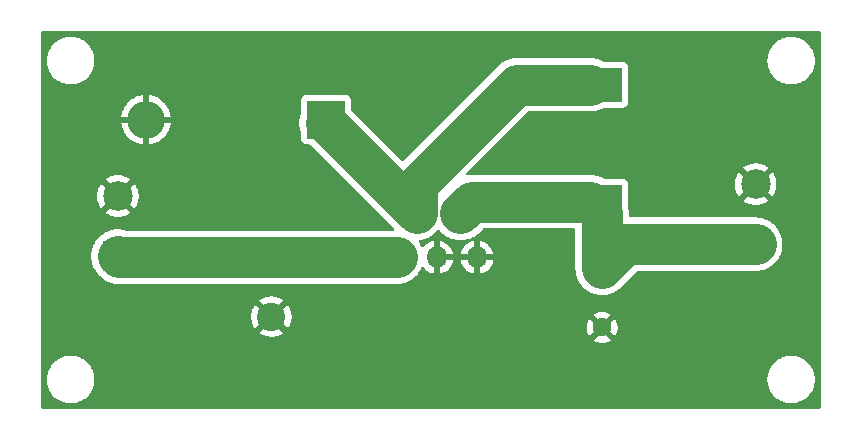
<source format=gbr>
%TF.GenerationSoftware,KiCad,Pcbnew,(6.0.2)*%
%TF.CreationDate,2022-08-07T03:14:06+03:00*%
%TF.ProjectId,LM2596_buck_5,4c4d3235-3936-45f6-9275-636b5f352e6b,v1.0*%
%TF.SameCoordinates,Original*%
%TF.FileFunction,Copper,L1,Top*%
%TF.FilePolarity,Positive*%
%FSLAX46Y46*%
G04 Gerber Fmt 4.6, Leading zero omitted, Abs format (unit mm)*
G04 Created by KiCad (PCBNEW (6.0.2)) date 2022-08-07 03:14:06*
%MOMM*%
%LPD*%
G01*
G04 APERTURE LIST*
%TA.AperFunction,ComponentPad*%
%ADD10R,2.500000X2.500000*%
%TD*%
%TA.AperFunction,ComponentPad*%
%ADD11C,2.500000*%
%TD*%
%TA.AperFunction,ComponentPad*%
%ADD12R,1.800000X1.800000*%
%TD*%
%TA.AperFunction,ComponentPad*%
%ADD13O,1.800000X1.800000*%
%TD*%
%TA.AperFunction,ComponentPad*%
%ADD14R,1.600000X1.600000*%
%TD*%
%TA.AperFunction,ComponentPad*%
%ADD15C,1.600000*%
%TD*%
%TA.AperFunction,ComponentPad*%
%ADD16O,3.200000X3.200000*%
%TD*%
%TA.AperFunction,ComponentPad*%
%ADD17R,3.200000X3.200000*%
%TD*%
%TA.AperFunction,SMDPad,CuDef*%
%ADD18R,5.400000X2.900000*%
%TD*%
%TA.AperFunction,ComponentPad*%
%ADD19R,2.400000X2.400000*%
%TD*%
%TA.AperFunction,ComponentPad*%
%ADD20C,2.400000*%
%TD*%
%TA.AperFunction,Conductor*%
%ADD21C,3.500000*%
%TD*%
%TA.AperFunction,Conductor*%
%ADD22C,2.500000*%
%TD*%
G04 APERTURE END LIST*
D10*
%TO.P,J2,1,Pin_1*%
%TO.N,Net-(C2-Pad1)*%
X158000000Y-103545000D03*
D11*
%TO.P,J2,2,Pin_2*%
%TO.N,GND*%
X158000000Y-98465000D03*
%TD*%
D12*
%TO.P,U1,1,VIN*%
%TO.N,VCC*%
X127600000Y-104650000D03*
D13*
%TO.P,U1,2,OUT*%
%TO.N,Net-(D1-Pad1)*%
X129300000Y-100950000D03*
%TO.P,U1,3,GND*%
%TO.N,GND*%
X131000000Y-104650000D03*
%TO.P,U1,4,FB*%
%TO.N,Net-(C2-Pad1)*%
X132700000Y-100950000D03*
%TO.P,U1,5,~{ON}/OFF*%
%TO.N,GND*%
X134400000Y-104650000D03*
%TD*%
D14*
%TO.P,C2,1*%
%TO.N,Net-(C2-Pad1)*%
X145000000Y-105597349D03*
D15*
%TO.P,C2,2*%
%TO.N,GND*%
X145000000Y-110597349D03*
%TD*%
D11*
%TO.P,J1,2,Pin_2*%
%TO.N,GND*%
X104000000Y-99465000D03*
D10*
%TO.P,J1,1,Pin_1*%
%TO.N,VCC*%
X104000000Y-104545000D03*
%TD*%
D16*
%TO.P,D1,2,A*%
%TO.N,GND*%
X106380000Y-93000000D03*
D17*
%TO.P,D1,1,K*%
%TO.N,Net-(D1-Pad1)*%
X121620000Y-93000000D03*
%TD*%
D18*
%TO.P,L1,1,1*%
%TO.N,Net-(D1-Pad1)*%
X144000000Y-90050000D03*
%TO.P,L1,2,2*%
%TO.N,Net-(C2-Pad1)*%
X144000000Y-99950000D03*
%TD*%
D19*
%TO.P,C1,1*%
%TO.N,VCC*%
X117000000Y-104676041D03*
D20*
%TO.P,C1,2*%
%TO.N,GND*%
X117000000Y-109676041D03*
%TD*%
D21*
%TO.N,Net-(C2-Pad1)*%
X147052349Y-103545000D02*
X145000000Y-105597349D01*
X158000000Y-103545000D02*
X147052349Y-103545000D01*
%TO.N,VCC*%
X104131041Y-104676041D02*
X104000000Y-104545000D01*
X117000000Y-104676041D02*
X104131041Y-104676041D01*
%TO.N,Net-(C2-Pad1)*%
X133999520Y-99950000D02*
X144000000Y-99950000D01*
X133999520Y-99950000D02*
X132999520Y-100950000D01*
%TO.N,VCC*%
X127573959Y-104676041D02*
X127600000Y-104650000D01*
X117000000Y-104676041D02*
X127573959Y-104676041D01*
%TO.N,Net-(D1-Pad1)*%
X137800000Y-90050000D02*
X129300000Y-98550000D01*
X144000000Y-90050000D02*
X137800000Y-90050000D01*
X129300000Y-98550000D02*
X129300000Y-100950000D01*
X121620000Y-93270000D02*
X129300000Y-100950000D01*
D22*
X121620000Y-93000000D02*
X121620000Y-93270000D01*
D21*
%TO.N,Net-(C2-Pad1)*%
X145000000Y-105597349D02*
X145000000Y-100950000D01*
X145000000Y-100950000D02*
X144000000Y-99950000D01*
%TD*%
%TA.AperFunction,Conductor*%
%TO.N,GND*%
G36*
X163397335Y-85511959D02*
G01*
X163426701Y-85523585D01*
X163452253Y-85542150D01*
X163472385Y-85566486D01*
X163485833Y-85595064D01*
X163491751Y-85626088D01*
X163492000Y-85634000D01*
X163492000Y-117366000D01*
X163488041Y-117397335D01*
X163476415Y-117426701D01*
X163457850Y-117452253D01*
X163433514Y-117472385D01*
X163404936Y-117485833D01*
X163373912Y-117491751D01*
X163366000Y-117492000D01*
X97634000Y-117492000D01*
X97602665Y-117488041D01*
X97573299Y-117476415D01*
X97547747Y-117457850D01*
X97527615Y-117433514D01*
X97514167Y-117404936D01*
X97508249Y-117373912D01*
X97508000Y-117366000D01*
X97508000Y-115000000D01*
X97991009Y-115000000D01*
X97994973Y-115126146D01*
X97995156Y-115128086D01*
X97995157Y-115128096D01*
X98004461Y-115226524D01*
X98006850Y-115251793D01*
X98026594Y-115376447D01*
X98054125Y-115499616D01*
X98089336Y-115620812D01*
X98090008Y-115622678D01*
X98090013Y-115622694D01*
X98113023Y-115686606D01*
X98132087Y-115739559D01*
X98132867Y-115741362D01*
X98132872Y-115741374D01*
X98138476Y-115754323D01*
X98182211Y-115855387D01*
X98239508Y-115967839D01*
X98303753Y-116076471D01*
X98374692Y-116180855D01*
X98452046Y-116280579D01*
X98453347Y-116282055D01*
X98453358Y-116282068D01*
X98534198Y-116373762D01*
X98535509Y-116375249D01*
X98624751Y-116464491D01*
X98626237Y-116465802D01*
X98626238Y-116465802D01*
X98717932Y-116546642D01*
X98717945Y-116546653D01*
X98719421Y-116547954D01*
X98819145Y-116625308D01*
X98923529Y-116696247D01*
X99032161Y-116760492D01*
X99144613Y-116817789D01*
X99146419Y-116818571D01*
X99146420Y-116818571D01*
X99258626Y-116867128D01*
X99258638Y-116867133D01*
X99260441Y-116867913D01*
X99262308Y-116868585D01*
X99377306Y-116909987D01*
X99377322Y-116909992D01*
X99379188Y-116910664D01*
X99381094Y-116911218D01*
X99381104Y-116911221D01*
X99498477Y-116945321D01*
X99500384Y-116945875D01*
X99502304Y-116946304D01*
X99502315Y-116946307D01*
X99561968Y-116959640D01*
X99623553Y-116973406D01*
X99625509Y-116973716D01*
X99625510Y-116973716D01*
X99746248Y-116992840D01*
X99746257Y-116992841D01*
X99748207Y-116993150D01*
X99750176Y-116993336D01*
X99750183Y-116993337D01*
X99871904Y-117004843D01*
X99871914Y-117004844D01*
X99873854Y-117005027D01*
X99875799Y-117005088D01*
X99875813Y-117005089D01*
X99998027Y-117008929D01*
X100000000Y-117008991D01*
X100001973Y-117008929D01*
X100124187Y-117005089D01*
X100124201Y-117005088D01*
X100126146Y-117005027D01*
X100128086Y-117004844D01*
X100128096Y-117004843D01*
X100249817Y-116993337D01*
X100249824Y-116993336D01*
X100251793Y-116993150D01*
X100253743Y-116992841D01*
X100253752Y-116992840D01*
X100374490Y-116973716D01*
X100374491Y-116973716D01*
X100376447Y-116973406D01*
X100438031Y-116959641D01*
X100497685Y-116946307D01*
X100497696Y-116946304D01*
X100499616Y-116945875D01*
X100501523Y-116945321D01*
X100618896Y-116911221D01*
X100618906Y-116911218D01*
X100620812Y-116910664D01*
X100622678Y-116909992D01*
X100622694Y-116909987D01*
X100737692Y-116868585D01*
X100739559Y-116867913D01*
X100741362Y-116867133D01*
X100741374Y-116867128D01*
X100853580Y-116818571D01*
X100853581Y-116818571D01*
X100855387Y-116817789D01*
X100967839Y-116760492D01*
X101076471Y-116696247D01*
X101180855Y-116625308D01*
X101280579Y-116547954D01*
X101282055Y-116546653D01*
X101282068Y-116546642D01*
X101373762Y-116465802D01*
X101373763Y-116465802D01*
X101375249Y-116464491D01*
X101464491Y-116375249D01*
X101465802Y-116373762D01*
X101546642Y-116282068D01*
X101546653Y-116282055D01*
X101547954Y-116280579D01*
X101625308Y-116180855D01*
X101696247Y-116076471D01*
X101760492Y-115967839D01*
X101817789Y-115855387D01*
X101861524Y-115754323D01*
X101867128Y-115741374D01*
X101867133Y-115741362D01*
X101867913Y-115739559D01*
X101886977Y-115686606D01*
X101909987Y-115622694D01*
X101909992Y-115622678D01*
X101910664Y-115620812D01*
X101945875Y-115499616D01*
X101973406Y-115376447D01*
X101993150Y-115251793D01*
X101995539Y-115226524D01*
X102004843Y-115128096D01*
X102004844Y-115128086D01*
X102005027Y-115126146D01*
X102008991Y-115000000D01*
X158991009Y-115000000D01*
X158994973Y-115126146D01*
X158995156Y-115128086D01*
X158995157Y-115128096D01*
X159004461Y-115226524D01*
X159006850Y-115251793D01*
X159026594Y-115376447D01*
X159054125Y-115499616D01*
X159089336Y-115620812D01*
X159090008Y-115622678D01*
X159090013Y-115622694D01*
X159113023Y-115686606D01*
X159132087Y-115739559D01*
X159132867Y-115741362D01*
X159132872Y-115741374D01*
X159138476Y-115754323D01*
X159182211Y-115855387D01*
X159239508Y-115967839D01*
X159303753Y-116076471D01*
X159374692Y-116180855D01*
X159452046Y-116280579D01*
X159453347Y-116282055D01*
X159453358Y-116282068D01*
X159534198Y-116373762D01*
X159535509Y-116375249D01*
X159624751Y-116464491D01*
X159626237Y-116465802D01*
X159626238Y-116465802D01*
X159717932Y-116546642D01*
X159717945Y-116546653D01*
X159719421Y-116547954D01*
X159819145Y-116625308D01*
X159923529Y-116696247D01*
X160032161Y-116760492D01*
X160144613Y-116817789D01*
X160146419Y-116818571D01*
X160146420Y-116818571D01*
X160258626Y-116867128D01*
X160258638Y-116867133D01*
X160260441Y-116867913D01*
X160262308Y-116868585D01*
X160377306Y-116909987D01*
X160377322Y-116909992D01*
X160379188Y-116910664D01*
X160381094Y-116911218D01*
X160381104Y-116911221D01*
X160498477Y-116945321D01*
X160500384Y-116945875D01*
X160502304Y-116946304D01*
X160502315Y-116946307D01*
X160561968Y-116959640D01*
X160623553Y-116973406D01*
X160625509Y-116973716D01*
X160625510Y-116973716D01*
X160746248Y-116992840D01*
X160746257Y-116992841D01*
X160748207Y-116993150D01*
X160750176Y-116993336D01*
X160750183Y-116993337D01*
X160871904Y-117004843D01*
X160871914Y-117004844D01*
X160873854Y-117005027D01*
X160875799Y-117005088D01*
X160875813Y-117005089D01*
X160998027Y-117008929D01*
X161000000Y-117008991D01*
X161001973Y-117008929D01*
X161124187Y-117005089D01*
X161124201Y-117005088D01*
X161126146Y-117005027D01*
X161128086Y-117004844D01*
X161128096Y-117004843D01*
X161249817Y-116993337D01*
X161249824Y-116993336D01*
X161251793Y-116993150D01*
X161253743Y-116992841D01*
X161253752Y-116992840D01*
X161374490Y-116973716D01*
X161374491Y-116973716D01*
X161376447Y-116973406D01*
X161438031Y-116959641D01*
X161497685Y-116946307D01*
X161497696Y-116946304D01*
X161499616Y-116945875D01*
X161501523Y-116945321D01*
X161618896Y-116911221D01*
X161618906Y-116911218D01*
X161620812Y-116910664D01*
X161622678Y-116909992D01*
X161622694Y-116909987D01*
X161737692Y-116868585D01*
X161739559Y-116867913D01*
X161741362Y-116867133D01*
X161741374Y-116867128D01*
X161853580Y-116818571D01*
X161853581Y-116818571D01*
X161855387Y-116817789D01*
X161967839Y-116760492D01*
X162076471Y-116696247D01*
X162180855Y-116625308D01*
X162280579Y-116547954D01*
X162282055Y-116546653D01*
X162282068Y-116546642D01*
X162373762Y-116465802D01*
X162373763Y-116465802D01*
X162375249Y-116464491D01*
X162464491Y-116375249D01*
X162465802Y-116373762D01*
X162546642Y-116282068D01*
X162546653Y-116282055D01*
X162547954Y-116280579D01*
X162625308Y-116180855D01*
X162696247Y-116076471D01*
X162760492Y-115967839D01*
X162817789Y-115855387D01*
X162861524Y-115754323D01*
X162867128Y-115741374D01*
X162867133Y-115741362D01*
X162867913Y-115739559D01*
X162886977Y-115686606D01*
X162909987Y-115622694D01*
X162909992Y-115622678D01*
X162910664Y-115620812D01*
X162945875Y-115499616D01*
X162973406Y-115376447D01*
X162993150Y-115251793D01*
X162995539Y-115226524D01*
X163004843Y-115128096D01*
X163004844Y-115128086D01*
X163005027Y-115126146D01*
X163008991Y-115000000D01*
X163006220Y-114911817D01*
X163005089Y-114875813D01*
X163005088Y-114875799D01*
X163005027Y-114873854D01*
X162993150Y-114748207D01*
X162973406Y-114623553D01*
X162945875Y-114500384D01*
X162944320Y-114495031D01*
X162911221Y-114381104D01*
X162911218Y-114381094D01*
X162910664Y-114379188D01*
X162909992Y-114377322D01*
X162909987Y-114377306D01*
X162877544Y-114287193D01*
X162867913Y-114260441D01*
X162817789Y-114144613D01*
X162760492Y-114032161D01*
X162696247Y-113923529D01*
X162625308Y-113819145D01*
X162547954Y-113719421D01*
X162546653Y-113717945D01*
X162546642Y-113717932D01*
X162465802Y-113626238D01*
X162465802Y-113626237D01*
X162464491Y-113624751D01*
X162375249Y-113535509D01*
X162373762Y-113534198D01*
X162282068Y-113453358D01*
X162282055Y-113453347D01*
X162280579Y-113452046D01*
X162180855Y-113374692D01*
X162076471Y-113303753D01*
X161967839Y-113239508D01*
X161855387Y-113182211D01*
X161853580Y-113181429D01*
X161741374Y-113132872D01*
X161741362Y-113132867D01*
X161739559Y-113132087D01*
X161712807Y-113122456D01*
X161622694Y-113090013D01*
X161622678Y-113090008D01*
X161620812Y-113089336D01*
X161618906Y-113088782D01*
X161618896Y-113088779D01*
X161501523Y-113054679D01*
X161501522Y-113054679D01*
X161499616Y-113054125D01*
X161497696Y-113053696D01*
X161497685Y-113053693D01*
X161438032Y-113040360D01*
X161376447Y-113026594D01*
X161374490Y-113026284D01*
X161253752Y-113007160D01*
X161253743Y-113007159D01*
X161251793Y-113006850D01*
X161249824Y-113006664D01*
X161249817Y-113006663D01*
X161128096Y-112995157D01*
X161128086Y-112995156D01*
X161126146Y-112994973D01*
X161124201Y-112994912D01*
X161124187Y-112994911D01*
X161001973Y-112991071D01*
X161000000Y-112991009D01*
X160998027Y-112991071D01*
X160875813Y-112994911D01*
X160875799Y-112994912D01*
X160873854Y-112994973D01*
X160871914Y-112995156D01*
X160871904Y-112995157D01*
X160750183Y-113006663D01*
X160750176Y-113006664D01*
X160748207Y-113006850D01*
X160746257Y-113007159D01*
X160746248Y-113007160D01*
X160625510Y-113026284D01*
X160623553Y-113026594D01*
X160561968Y-113040360D01*
X160502315Y-113053693D01*
X160502304Y-113053696D01*
X160500384Y-113054125D01*
X160498478Y-113054679D01*
X160498477Y-113054679D01*
X160381104Y-113088779D01*
X160381094Y-113088782D01*
X160379188Y-113089336D01*
X160377322Y-113090008D01*
X160377306Y-113090013D01*
X160287193Y-113122456D01*
X160260441Y-113132087D01*
X160258638Y-113132867D01*
X160258626Y-113132872D01*
X160146420Y-113181429D01*
X160144613Y-113182211D01*
X160032161Y-113239508D01*
X159923529Y-113303753D01*
X159819145Y-113374692D01*
X159719421Y-113452046D01*
X159717945Y-113453347D01*
X159717932Y-113453358D01*
X159626238Y-113534198D01*
X159624751Y-113535509D01*
X159535509Y-113624751D01*
X159534198Y-113626237D01*
X159534198Y-113626238D01*
X159453358Y-113717932D01*
X159453347Y-113717945D01*
X159452046Y-113719421D01*
X159374692Y-113819145D01*
X159303753Y-113923529D01*
X159239508Y-114032161D01*
X159182211Y-114144613D01*
X159132087Y-114260441D01*
X159122456Y-114287193D01*
X159090013Y-114377306D01*
X159090008Y-114377322D01*
X159089336Y-114379188D01*
X159088782Y-114381094D01*
X159088779Y-114381104D01*
X159055680Y-114495031D01*
X159054125Y-114500384D01*
X159026594Y-114623553D01*
X159006850Y-114748207D01*
X158994973Y-114873854D01*
X158994912Y-114875799D01*
X158994911Y-114875813D01*
X158993780Y-114911817D01*
X158991009Y-115000000D01*
X102008991Y-115000000D01*
X102006220Y-114911817D01*
X102005089Y-114875813D01*
X102005088Y-114875799D01*
X102005027Y-114873854D01*
X101993150Y-114748207D01*
X101973406Y-114623553D01*
X101945875Y-114500384D01*
X101944320Y-114495031D01*
X101911221Y-114381104D01*
X101911218Y-114381094D01*
X101910664Y-114379188D01*
X101909992Y-114377322D01*
X101909987Y-114377306D01*
X101877544Y-114287193D01*
X101867913Y-114260441D01*
X101817789Y-114144613D01*
X101760492Y-114032161D01*
X101696247Y-113923529D01*
X101625308Y-113819145D01*
X101547954Y-113719421D01*
X101546653Y-113717945D01*
X101546642Y-113717932D01*
X101465802Y-113626238D01*
X101465802Y-113626237D01*
X101464491Y-113624751D01*
X101375249Y-113535509D01*
X101373762Y-113534198D01*
X101282068Y-113453358D01*
X101282055Y-113453347D01*
X101280579Y-113452046D01*
X101180855Y-113374692D01*
X101076471Y-113303753D01*
X100967839Y-113239508D01*
X100855387Y-113182211D01*
X100853580Y-113181429D01*
X100741374Y-113132872D01*
X100741362Y-113132867D01*
X100739559Y-113132087D01*
X100712807Y-113122456D01*
X100622694Y-113090013D01*
X100622678Y-113090008D01*
X100620812Y-113089336D01*
X100618906Y-113088782D01*
X100618896Y-113088779D01*
X100501523Y-113054679D01*
X100501522Y-113054679D01*
X100499616Y-113054125D01*
X100497696Y-113053696D01*
X100497685Y-113053693D01*
X100438032Y-113040360D01*
X100376447Y-113026594D01*
X100374490Y-113026284D01*
X100253752Y-113007160D01*
X100253743Y-113007159D01*
X100251793Y-113006850D01*
X100249824Y-113006664D01*
X100249817Y-113006663D01*
X100128096Y-112995157D01*
X100128086Y-112995156D01*
X100126146Y-112994973D01*
X100124201Y-112994912D01*
X100124187Y-112994911D01*
X100001973Y-112991071D01*
X100000000Y-112991009D01*
X99998027Y-112991071D01*
X99875813Y-112994911D01*
X99875799Y-112994912D01*
X99873854Y-112994973D01*
X99871914Y-112995156D01*
X99871904Y-112995157D01*
X99750183Y-113006663D01*
X99750176Y-113006664D01*
X99748207Y-113006850D01*
X99746257Y-113007159D01*
X99746248Y-113007160D01*
X99625510Y-113026284D01*
X99623553Y-113026594D01*
X99561968Y-113040360D01*
X99502315Y-113053693D01*
X99502304Y-113053696D01*
X99500384Y-113054125D01*
X99498478Y-113054679D01*
X99498477Y-113054679D01*
X99381104Y-113088779D01*
X99381094Y-113088782D01*
X99379188Y-113089336D01*
X99377322Y-113090008D01*
X99377306Y-113090013D01*
X99287193Y-113122456D01*
X99260441Y-113132087D01*
X99258638Y-113132867D01*
X99258626Y-113132872D01*
X99146420Y-113181429D01*
X99144613Y-113182211D01*
X99032161Y-113239508D01*
X98923529Y-113303753D01*
X98819145Y-113374692D01*
X98719421Y-113452046D01*
X98717945Y-113453347D01*
X98717932Y-113453358D01*
X98626238Y-113534198D01*
X98624751Y-113535509D01*
X98535509Y-113624751D01*
X98534198Y-113626237D01*
X98534198Y-113626238D01*
X98453358Y-113717932D01*
X98453347Y-113717945D01*
X98452046Y-113719421D01*
X98374692Y-113819145D01*
X98303753Y-113923529D01*
X98239508Y-114032161D01*
X98182211Y-114144613D01*
X98132087Y-114260441D01*
X98122456Y-114287193D01*
X98090013Y-114377306D01*
X98090008Y-114377322D01*
X98089336Y-114379188D01*
X98088782Y-114381094D01*
X98088779Y-114381104D01*
X98055680Y-114495031D01*
X98054125Y-114500384D01*
X98026594Y-114623553D01*
X98006850Y-114748207D01*
X97994973Y-114873854D01*
X97994912Y-114875799D01*
X97994911Y-114875813D01*
X97993780Y-114911817D01*
X97991009Y-115000000D01*
X97508000Y-115000000D01*
X97508000Y-111684063D01*
X144273713Y-111684063D01*
X144279112Y-111688786D01*
X144313991Y-111712091D01*
X144318203Y-111714672D01*
X144403555Y-111762472D01*
X144407977Y-111764725D01*
X144496825Y-111805684D01*
X144501376Y-111807569D01*
X144593180Y-111841437D01*
X144597862Y-111842959D01*
X144692053Y-111869523D01*
X144696835Y-111870671D01*
X144792799Y-111889759D01*
X144797678Y-111890532D01*
X144894844Y-111902033D01*
X144899767Y-111902420D01*
X144997531Y-111906261D01*
X145002469Y-111906261D01*
X145100233Y-111902420D01*
X145105156Y-111902033D01*
X145202322Y-111890532D01*
X145207201Y-111889759D01*
X145303165Y-111870671D01*
X145307947Y-111869523D01*
X145402138Y-111842959D01*
X145406820Y-111841437D01*
X145498624Y-111807569D01*
X145503175Y-111805684D01*
X145592023Y-111764725D01*
X145596445Y-111762472D01*
X145681797Y-111714672D01*
X145686009Y-111712091D01*
X145721094Y-111688648D01*
X145726278Y-111684149D01*
X145721901Y-111678460D01*
X145005609Y-110962168D01*
X144999961Y-110957787D01*
X144996251Y-110960308D01*
X144277924Y-111678635D01*
X144273713Y-111684063D01*
X97508000Y-111684063D01*
X97508000Y-111050417D01*
X115986101Y-111050417D01*
X115986798Y-111051443D01*
X115989497Y-111053984D01*
X115993785Y-111057329D01*
X115997252Y-111059848D01*
X116090070Y-111122571D01*
X116093688Y-111124841D01*
X116190564Y-111181111D01*
X116194325Y-111183128D01*
X116294813Y-111232683D01*
X116298696Y-111234437D01*
X116402317Y-111277040D01*
X116406313Y-111278526D01*
X116512589Y-111313983D01*
X116516693Y-111315198D01*
X116625114Y-111343339D01*
X116629302Y-111344275D01*
X116739386Y-111364976D01*
X116743631Y-111365626D01*
X116854861Y-111378790D01*
X116859148Y-111379150D01*
X116971023Y-111384720D01*
X116975287Y-111384787D01*
X117087307Y-111382734D01*
X117091572Y-111382511D01*
X117203187Y-111372843D01*
X117207422Y-111372331D01*
X117318113Y-111355096D01*
X117322328Y-111354292D01*
X117431589Y-111329569D01*
X117435714Y-111328487D01*
X117543058Y-111296384D01*
X117547099Y-111295023D01*
X117651988Y-111255703D01*
X117655965Y-111254056D01*
X117757916Y-111207702D01*
X117761775Y-111205786D01*
X117860353Y-111152597D01*
X117864050Y-111150436D01*
X117958788Y-111090660D01*
X117962326Y-111088256D01*
X118008323Y-111054653D01*
X118013519Y-111049748D01*
X118013417Y-111049535D01*
X118009878Y-111045129D01*
X117005609Y-110040860D01*
X116999961Y-110036479D01*
X116996251Y-110039000D01*
X115990482Y-111044769D01*
X115986101Y-111050417D01*
X97508000Y-111050417D01*
X97508000Y-109660289D01*
X115291149Y-109660289D01*
X115293787Y-109772262D01*
X115294036Y-109776571D01*
X115304283Y-109888092D01*
X115304820Y-109892348D01*
X115322637Y-110002959D01*
X115323456Y-110007136D01*
X115348756Y-110116285D01*
X115349858Y-110120399D01*
X115382521Y-110227570D01*
X115383905Y-110231612D01*
X115423781Y-110336312D01*
X115425435Y-110340245D01*
X115472339Y-110441988D01*
X115474251Y-110445790D01*
X115527969Y-110544114D01*
X115530148Y-110547797D01*
X115590421Y-110642223D01*
X115592843Y-110645747D01*
X115621375Y-110684376D01*
X115626302Y-110689541D01*
X115626671Y-110689364D01*
X115630809Y-110686022D01*
X116635181Y-109681650D01*
X116639501Y-109676080D01*
X117360438Y-109676080D01*
X117362959Y-109679790D01*
X118368911Y-110685742D01*
X118374559Y-110690123D01*
X118375724Y-110689332D01*
X118377424Y-110687535D01*
X118378537Y-110686020D01*
X118437451Y-110599818D01*
X143691088Y-110599818D01*
X143694929Y-110697582D01*
X143695316Y-110702505D01*
X143706817Y-110799671D01*
X143707590Y-110804550D01*
X143726678Y-110900514D01*
X143727826Y-110905296D01*
X143754390Y-110999487D01*
X143755912Y-111004169D01*
X143789780Y-111095973D01*
X143791665Y-111100524D01*
X143832624Y-111189372D01*
X143834877Y-111193794D01*
X143882677Y-111279146D01*
X143885258Y-111283358D01*
X143908701Y-111318443D01*
X143913200Y-111323627D01*
X143918889Y-111319250D01*
X144635181Y-110602958D01*
X144639501Y-110597388D01*
X145360438Y-110597388D01*
X145362959Y-110601098D01*
X146081286Y-111319425D01*
X146086714Y-111323636D01*
X146091437Y-111318237D01*
X146114742Y-111283358D01*
X146117323Y-111279146D01*
X146165123Y-111193794D01*
X146167376Y-111189372D01*
X146208335Y-111100524D01*
X146210220Y-111095973D01*
X146244088Y-111004169D01*
X146245610Y-110999487D01*
X146272174Y-110905296D01*
X146273322Y-110900514D01*
X146292410Y-110804550D01*
X146293183Y-110799671D01*
X146304684Y-110702505D01*
X146305071Y-110697582D01*
X146308912Y-110599818D01*
X146308912Y-110594880D01*
X146305071Y-110497116D01*
X146304684Y-110492193D01*
X146293183Y-110395027D01*
X146292410Y-110390148D01*
X146273322Y-110294184D01*
X146272174Y-110289402D01*
X146245610Y-110195211D01*
X146244088Y-110190529D01*
X146210220Y-110098725D01*
X146208335Y-110094174D01*
X146167376Y-110005326D01*
X146165123Y-110000904D01*
X146117323Y-109915552D01*
X146114742Y-109911340D01*
X146091299Y-109876255D01*
X146086800Y-109871071D01*
X146081111Y-109875448D01*
X145364819Y-110591740D01*
X145360438Y-110597388D01*
X144639501Y-110597388D01*
X144639562Y-110597310D01*
X144637041Y-110593600D01*
X143918714Y-109875273D01*
X143913286Y-109871062D01*
X143908563Y-109876461D01*
X143885258Y-109911340D01*
X143882677Y-109915552D01*
X143834877Y-110000904D01*
X143832624Y-110005326D01*
X143791665Y-110094174D01*
X143789780Y-110098725D01*
X143755912Y-110190529D01*
X143754390Y-110195211D01*
X143727826Y-110289402D01*
X143726678Y-110294184D01*
X143707590Y-110390148D01*
X143706817Y-110395027D01*
X143695316Y-110492193D01*
X143694929Y-110497116D01*
X143691088Y-110594880D01*
X143691088Y-110599818D01*
X118437451Y-110599818D01*
X118441737Y-110593547D01*
X118444043Y-110589913D01*
X118500812Y-110493344D01*
X118502848Y-110489595D01*
X118552928Y-110389370D01*
X118554703Y-110385492D01*
X118597847Y-110282101D01*
X118599358Y-110278101D01*
X118635362Y-110172038D01*
X118636605Y-110167921D01*
X118665317Y-110059636D01*
X118666270Y-110055472D01*
X118687548Y-109945493D01*
X118688219Y-109941256D01*
X118701967Y-109830086D01*
X118702347Y-109825833D01*
X118708544Y-109713225D01*
X118708636Y-109710426D01*
X118708981Y-109677434D01*
X118708949Y-109674650D01*
X118705111Y-109561935D01*
X118704821Y-109557683D01*
X118699992Y-109510549D01*
X144273722Y-109510549D01*
X144278099Y-109516238D01*
X144994391Y-110232530D01*
X145000039Y-110236911D01*
X145003749Y-110234390D01*
X145722076Y-109516063D01*
X145726287Y-109510635D01*
X145720888Y-109505912D01*
X145686009Y-109482607D01*
X145681797Y-109480026D01*
X145596445Y-109432226D01*
X145592023Y-109429973D01*
X145503175Y-109389014D01*
X145498624Y-109387129D01*
X145406820Y-109353261D01*
X145402138Y-109351739D01*
X145307947Y-109325175D01*
X145303165Y-109324027D01*
X145207201Y-109304939D01*
X145202322Y-109304166D01*
X145105156Y-109292665D01*
X145100233Y-109292278D01*
X145002469Y-109288437D01*
X144997531Y-109288437D01*
X144899767Y-109292278D01*
X144894844Y-109292665D01*
X144797678Y-109304166D01*
X144792799Y-109304939D01*
X144696835Y-109324027D01*
X144692053Y-109325175D01*
X144597862Y-109351739D01*
X144593180Y-109353261D01*
X144501376Y-109387129D01*
X144496825Y-109389014D01*
X144407977Y-109429973D01*
X144403555Y-109432226D01*
X144318203Y-109480026D01*
X144313991Y-109482607D01*
X144278906Y-109506050D01*
X144273722Y-109510549D01*
X118699992Y-109510549D01*
X118693403Y-109446239D01*
X118692820Y-109441985D01*
X118673852Y-109331596D01*
X118672981Y-109327388D01*
X118646546Y-109218538D01*
X118645394Y-109214413D01*
X118611621Y-109107622D01*
X118610186Y-109103568D01*
X118569220Y-108999305D01*
X118567523Y-108995383D01*
X118519569Y-108894166D01*
X118517589Y-108890329D01*
X118462850Y-108792585D01*
X118460652Y-108788956D01*
X118399383Y-108695148D01*
X118396925Y-108691650D01*
X118378765Y-108667595D01*
X118373778Y-108662476D01*
X118373115Y-108662802D01*
X118369485Y-108665766D01*
X117364819Y-109670432D01*
X117360438Y-109676080D01*
X116639501Y-109676080D01*
X116639562Y-109676002D01*
X116637041Y-109672292D01*
X115631422Y-108666673D01*
X115625774Y-108662292D01*
X115624887Y-108662894D01*
X115622130Y-108665839D01*
X115613460Y-108677076D01*
X115610963Y-108680552D01*
X115548730Y-108773690D01*
X115546470Y-108777336D01*
X115490718Y-108874486D01*
X115488705Y-108878289D01*
X115439692Y-108979003D01*
X115437950Y-108982915D01*
X115395896Y-109086743D01*
X115394427Y-109090758D01*
X115359528Y-109197213D01*
X115358334Y-109201326D01*
X115330763Y-109309888D01*
X115329848Y-109314081D01*
X115309721Y-109424289D01*
X115309098Y-109428512D01*
X115296512Y-109539828D01*
X115296177Y-109544092D01*
X115291194Y-109655999D01*
X115291149Y-109660289D01*
X97508000Y-109660289D01*
X97508000Y-108302320D01*
X115986484Y-108302320D01*
X115986737Y-108302838D01*
X115989886Y-108306717D01*
X116994391Y-109311222D01*
X117000039Y-109315603D01*
X117003749Y-109313082D01*
X118009250Y-108307581D01*
X118013631Y-108301933D01*
X118013122Y-108301183D01*
X118009934Y-108298214D01*
X117991705Y-108284301D01*
X117988194Y-108281805D01*
X117894723Y-108220055D01*
X117891093Y-108217830D01*
X117793634Y-108162579D01*
X117789839Y-108160595D01*
X117688858Y-108112104D01*
X117684940Y-108110384D01*
X117580899Y-108068877D01*
X117576865Y-108067424D01*
X117470215Y-108033079D01*
X117466129Y-108031916D01*
X117357405Y-108004909D01*
X117353209Y-108004017D01*
X117242892Y-107984466D01*
X117238685Y-107983867D01*
X117127303Y-107971866D01*
X117123014Y-107971551D01*
X117011077Y-107967152D01*
X117006819Y-107967129D01*
X116894834Y-107970355D01*
X116890550Y-107970625D01*
X116779069Y-107981458D01*
X116774813Y-107982018D01*
X116664337Y-108000406D01*
X116660102Y-108001260D01*
X116551127Y-108027121D01*
X116546992Y-108028253D01*
X116440002Y-108061475D01*
X116435991Y-108062871D01*
X116331502Y-108103294D01*
X116327538Y-108104986D01*
X116226099Y-108152395D01*
X116222241Y-108154360D01*
X116124238Y-108208573D01*
X116120551Y-108210780D01*
X116026463Y-108271531D01*
X116022934Y-108273984D01*
X115991624Y-108297365D01*
X115986484Y-108302320D01*
X97508000Y-108302320D01*
X97508000Y-104556831D01*
X101740539Y-104556831D01*
X101740600Y-104558621D01*
X101740600Y-104558636D01*
X101744904Y-104685058D01*
X101744966Y-104686875D01*
X101756873Y-104816448D01*
X101776218Y-104945121D01*
X101776585Y-104946872D01*
X101776587Y-104946881D01*
X101794316Y-105031374D01*
X101802938Y-105072468D01*
X101803415Y-105074229D01*
X101831291Y-105177185D01*
X101836944Y-105198065D01*
X101878124Y-105321497D01*
X101878795Y-105323180D01*
X101878798Y-105323187D01*
X101925406Y-105440009D01*
X101926341Y-105442353D01*
X101927110Y-105443998D01*
X101927112Y-105444003D01*
X101973596Y-105543460D01*
X101981435Y-105560233D01*
X101982293Y-105561824D01*
X101982303Y-105561843D01*
X102040799Y-105670255D01*
X102043222Y-105674746D01*
X102111500Y-105785513D01*
X102112515Y-105786965D01*
X102112526Y-105786982D01*
X102177867Y-105880471D01*
X102186041Y-105892166D01*
X102187152Y-105893576D01*
X102187157Y-105893582D01*
X102208629Y-105920819D01*
X102266596Y-105994350D01*
X102267805Y-105995714D01*
X102290234Y-106021021D01*
X102304393Y-106040454D01*
X102328598Y-106081384D01*
X102367815Y-106131942D01*
X102413058Y-106177185D01*
X102463616Y-106216402D01*
X102467027Y-106218419D01*
X102467028Y-106218420D01*
X102483650Y-106228250D01*
X102508607Y-106247609D01*
X102512522Y-106251524D01*
X102514553Y-106253602D01*
X102541726Y-106282087D01*
X102543031Y-106283306D01*
X102543041Y-106283316D01*
X102584820Y-106322344D01*
X102585299Y-106322794D01*
X102592275Y-106329379D01*
X102627958Y-106363063D01*
X102629355Y-106364237D01*
X102629952Y-106364739D01*
X102634897Y-106369122D01*
X102636812Y-106370911D01*
X102638193Y-106372059D01*
X102638215Y-106372079D01*
X102682032Y-106408521D01*
X102682539Y-106408945D01*
X102726151Y-106445605D01*
X102726170Y-106445620D01*
X102727563Y-106446791D01*
X102729013Y-106447874D01*
X102729032Y-106447889D01*
X102729678Y-106448371D01*
X102734847Y-106452446D01*
X102736853Y-106454114D01*
X102784264Y-106489132D01*
X102784517Y-106489320D01*
X102831821Y-106524644D01*
X102833345Y-106525651D01*
X102834015Y-106526094D01*
X102839387Y-106529848D01*
X102840040Y-106530330D01*
X102840049Y-106530337D01*
X102841518Y-106531421D01*
X102890791Y-106563603D01*
X102891225Y-106563888D01*
X102938896Y-106595382D01*
X102938913Y-106595392D01*
X102940388Y-106596367D01*
X102941918Y-106597256D01*
X102941928Y-106597262D01*
X102942659Y-106597686D01*
X102948267Y-106601143D01*
X102950460Y-106602575D01*
X102952034Y-106603479D01*
X102952045Y-106603485D01*
X103001516Y-106631875D01*
X103001945Y-106632122D01*
X103052904Y-106661721D01*
X103055253Y-106662910D01*
X103061038Y-106666032D01*
X103063316Y-106667339D01*
X103064932Y-106668146D01*
X103064933Y-106668147D01*
X103115943Y-106693635D01*
X103116374Y-106693852D01*
X103168996Y-106720491D01*
X103171396Y-106721537D01*
X103177376Y-106724332D01*
X103178100Y-106724694D01*
X103178115Y-106724701D01*
X103179714Y-106725500D01*
X103181355Y-106726205D01*
X103181370Y-106726212D01*
X103233788Y-106748732D01*
X103234156Y-106748891D01*
X103288279Y-106772480D01*
X103290760Y-106773396D01*
X103296834Y-106775819D01*
X103299267Y-106776864D01*
X103300950Y-106777475D01*
X103300978Y-106777486D01*
X103354482Y-106796906D01*
X103354917Y-106797065D01*
X103410355Y-106817517D01*
X103412372Y-106818132D01*
X103412909Y-106818296D01*
X103419117Y-106820367D01*
X103421578Y-106821260D01*
X103477802Y-106838075D01*
X103478430Y-106838265D01*
X103533091Y-106854924D01*
X103533109Y-106854929D01*
X103534822Y-106855451D01*
X103536576Y-106855877D01*
X103536594Y-106855882D01*
X103537363Y-106856069D01*
X103543735Y-106857794D01*
X103546241Y-106858543D01*
X103577071Y-106865859D01*
X103603400Y-106872107D01*
X103604043Y-106872261D01*
X103609738Y-106873644D01*
X103661267Y-106886158D01*
X103663039Y-106886482D01*
X103663069Y-106886488D01*
X103663871Y-106886634D01*
X103670295Y-106887982D01*
X103671062Y-106888164D01*
X103671066Y-106888165D01*
X103672845Y-106888587D01*
X103719596Y-106896872D01*
X103730700Y-106898840D01*
X103731351Y-106898957D01*
X103789268Y-106909535D01*
X103791862Y-106909856D01*
X103798380Y-106910836D01*
X103799167Y-106910975D01*
X103799176Y-106910976D01*
X103800968Y-106911294D01*
X103802758Y-106911506D01*
X103802759Y-106911506D01*
X103859550Y-106918228D01*
X103860204Y-106918308D01*
X103914163Y-106924981D01*
X103918403Y-106925505D01*
X103920198Y-106925623D01*
X103920232Y-106925626D01*
X103921038Y-106925679D01*
X103927548Y-106926277D01*
X103928356Y-106926372D01*
X103928368Y-106926373D01*
X103930185Y-106926588D01*
X103989116Y-106930141D01*
X103989688Y-106930177D01*
X104006467Y-106931277D01*
X104046440Y-106933897D01*
X104046448Y-106933897D01*
X104048244Y-106934015D01*
X104050839Y-106934035D01*
X104057466Y-106934261D01*
X104057875Y-106934286D01*
X104060069Y-106934418D01*
X104067898Y-106934541D01*
X104114731Y-106934541D01*
X104115721Y-106934545D01*
X104176553Y-106935023D01*
X104176560Y-106935023D01*
X104178360Y-106935037D01*
X104185191Y-106934697D01*
X104191454Y-106934541D01*
X127543533Y-106934541D01*
X127546502Y-106934576D01*
X127585790Y-106935502D01*
X127587580Y-106935441D01*
X127587594Y-106935441D01*
X127612996Y-106934576D01*
X127644830Y-106933492D01*
X127645105Y-106933484D01*
X127672244Y-106932702D01*
X127702202Y-106931839D01*
X127702219Y-106931838D01*
X127704024Y-106931786D01*
X127706635Y-106931560D01*
X127713186Y-106931165D01*
X127713407Y-106931158D01*
X127714019Y-106931137D01*
X127714026Y-106931137D01*
X127715834Y-106931075D01*
X127774622Y-106925673D01*
X127774940Y-106925644D01*
X127833659Y-106920559D01*
X127835432Y-106920302D01*
X127835441Y-106920301D01*
X127835936Y-106920229D01*
X127836273Y-106920180D01*
X127842777Y-106919411D01*
X127843569Y-106919338D01*
X127843603Y-106919334D01*
X127845407Y-106919168D01*
X127903590Y-106910420D01*
X127904206Y-106910330D01*
X127960610Y-106902152D01*
X127960609Y-106902152D01*
X127962431Y-106901888D01*
X127964987Y-106901365D01*
X127971512Y-106900209D01*
X127972286Y-106900093D01*
X127972299Y-106900091D01*
X127974080Y-106899823D01*
X127975850Y-106899452D01*
X127975859Y-106899450D01*
X128031713Y-106887731D01*
X128032357Y-106887598D01*
X128088150Y-106876196D01*
X128088153Y-106876195D01*
X128089916Y-106875835D01*
X128091833Y-106875327D01*
X128092479Y-106875156D01*
X128098851Y-106873644D01*
X128099641Y-106873478D01*
X128099648Y-106873476D01*
X128101427Y-106873103D01*
X128158265Y-106857714D01*
X128158583Y-106857629D01*
X128215689Y-106842487D01*
X128218178Y-106841671D01*
X128224500Y-106839781D01*
X128225287Y-106839568D01*
X128225307Y-106839562D01*
X128227024Y-106839097D01*
X128278933Y-106821779D01*
X128282788Y-106820493D01*
X128283414Y-106820286D01*
X128337631Y-106802513D01*
X128337643Y-106802509D01*
X128339335Y-106801954D01*
X128340993Y-106801303D01*
X128341011Y-106801296D01*
X128341792Y-106800989D01*
X128347969Y-106798747D01*
X128348724Y-106798495D01*
X128348732Y-106798492D01*
X128350456Y-106797917D01*
X128352149Y-106797242D01*
X128352156Y-106797239D01*
X128405099Y-106776117D01*
X128405711Y-106775874D01*
X128460442Y-106754370D01*
X128462184Y-106753567D01*
X128462811Y-106753278D01*
X128468861Y-106750678D01*
X128469608Y-106750380D01*
X128469617Y-106750376D01*
X128471312Y-106749700D01*
X128524826Y-106724689D01*
X128578609Y-106699895D01*
X128580960Y-106698643D01*
X128586816Y-106695717D01*
X128587542Y-106695378D01*
X128587562Y-106695368D01*
X128589192Y-106694606D01*
X128590769Y-106693755D01*
X128590803Y-106693738D01*
X128640922Y-106666695D01*
X128641502Y-106666384D01*
X128691826Y-106639570D01*
X128691849Y-106639557D01*
X128693444Y-106638707D01*
X128695695Y-106637336D01*
X128701368Y-106634080D01*
X128703705Y-106632819D01*
X128754000Y-106601816D01*
X128754425Y-106601556D01*
X128803002Y-106571964D01*
X128803017Y-106571954D01*
X128804567Y-106571010D01*
X128806714Y-106569526D01*
X128812229Y-106565924D01*
X128814472Y-106564541D01*
X128862610Y-106530897D01*
X128863071Y-106530576D01*
X128864125Y-106529848D01*
X128911608Y-106497030D01*
X128913699Y-106495400D01*
X128918987Y-106491494D01*
X128921125Y-106490000D01*
X128967427Y-106453499D01*
X128967701Y-106453284D01*
X128977548Y-106445605D01*
X129014213Y-106417010D01*
X129015554Y-106415834D01*
X129015595Y-106415800D01*
X129016201Y-106415268D01*
X129021244Y-106411074D01*
X129021860Y-106410588D01*
X129021876Y-106410575D01*
X129023309Y-106409445D01*
X129024656Y-106408252D01*
X129024667Y-106408242D01*
X129067251Y-106370500D01*
X129067745Y-106370065D01*
X129110667Y-106332423D01*
X129110689Y-106332403D01*
X129112042Y-106331216D01*
X129113322Y-106329956D01*
X129113340Y-106329939D01*
X129113908Y-106329379D01*
X129118724Y-106324880D01*
X129119610Y-106324095D01*
X129119628Y-106324078D01*
X129120688Y-106323139D01*
X129126311Y-106317691D01*
X129159405Y-106284597D01*
X129160107Y-106283900D01*
X129203466Y-106241217D01*
X129203471Y-106241211D01*
X129204770Y-106239933D01*
X129209380Y-106234840D01*
X129213680Y-106230322D01*
X129221350Y-106222652D01*
X129287023Y-106153082D01*
X129370750Y-106053478D01*
X129448603Y-105949220D01*
X129450637Y-105946142D01*
X129519324Y-105842169D01*
X129519327Y-105842165D01*
X129520326Y-105840652D01*
X129585681Y-105728137D01*
X129594131Y-105711446D01*
X129627959Y-105644621D01*
X129644450Y-105612045D01*
X129648852Y-105601946D01*
X129674343Y-105543460D01*
X129690492Y-105516316D01*
X129712884Y-105494041D01*
X129740112Y-105478035D01*
X129770464Y-105469303D01*
X129802035Y-105468394D01*
X129832840Y-105475364D01*
X129860944Y-105489777D01*
X129884581Y-105510726D01*
X129891396Y-105519209D01*
X129894426Y-105523334D01*
X129897288Y-105526944D01*
X129961346Y-105601946D01*
X129964472Y-105605347D01*
X130033872Y-105675478D01*
X130037215Y-105678617D01*
X130111564Y-105743475D01*
X130115136Y-105746368D01*
X130194036Y-105805607D01*
X130197803Y-105808226D01*
X130280833Y-105861531D01*
X130284784Y-105863868D01*
X130371486Y-105910942D01*
X130375629Y-105912998D01*
X130465508Y-105953581D01*
X130469812Y-105955337D01*
X130562431Y-105989230D01*
X130566819Y-105990656D01*
X130661686Y-106017680D01*
X130666175Y-106018783D01*
X130738233Y-106033706D01*
X130745013Y-106034239D01*
X130745949Y-106027272D01*
X131254000Y-106027272D01*
X131254895Y-106034355D01*
X131261009Y-106034051D01*
X131276216Y-106031560D01*
X131280737Y-106030649D01*
X131376652Y-106007623D01*
X131381116Y-106006376D01*
X131475072Y-105976391D01*
X131479426Y-105974823D01*
X131570929Y-105938039D01*
X131575169Y-105936152D01*
X131663758Y-105892752D01*
X131667791Y-105890590D01*
X131752990Y-105840803D01*
X131756868Y-105838342D01*
X131838162Y-105782471D01*
X131841886Y-105779704D01*
X131918845Y-105718049D01*
X131922360Y-105715015D01*
X131994621Y-105647866D01*
X131997866Y-105644621D01*
X132065015Y-105572360D01*
X132068049Y-105568845D01*
X132129704Y-105491886D01*
X132132471Y-105488162D01*
X132188342Y-105406868D01*
X132190803Y-105402990D01*
X132240590Y-105317791D01*
X132242752Y-105313758D01*
X132286152Y-105225169D01*
X132288039Y-105220929D01*
X132324823Y-105129426D01*
X132326391Y-105125072D01*
X132356376Y-105031116D01*
X132357623Y-105026652D01*
X132380649Y-104930737D01*
X132381560Y-104926216D01*
X132383918Y-104911824D01*
X132384173Y-104904863D01*
X133016045Y-104904863D01*
X133016509Y-104911938D01*
X133027796Y-104969468D01*
X133028855Y-104973984D01*
X133054879Y-105069110D01*
X133056262Y-105073524D01*
X133089186Y-105166498D01*
X133090888Y-105170798D01*
X133130541Y-105261131D01*
X133132541Y-105265268D01*
X133178705Y-105352455D01*
X133181011Y-105356449D01*
X133233428Y-105440009D01*
X133236019Y-105443822D01*
X133294426Y-105523334D01*
X133297288Y-105526944D01*
X133361346Y-105601946D01*
X133364472Y-105605347D01*
X133433872Y-105675478D01*
X133437215Y-105678617D01*
X133511564Y-105743475D01*
X133515136Y-105746368D01*
X133594036Y-105805607D01*
X133597803Y-105808226D01*
X133680833Y-105861531D01*
X133684784Y-105863868D01*
X133771486Y-105910942D01*
X133775629Y-105912998D01*
X133865508Y-105953581D01*
X133869812Y-105955337D01*
X133962431Y-105989230D01*
X133966819Y-105990656D01*
X134061686Y-106017680D01*
X134066175Y-106018783D01*
X134138233Y-106033706D01*
X134145013Y-106034239D01*
X134145949Y-106027272D01*
X134654000Y-106027272D01*
X134654895Y-106034355D01*
X134661009Y-106034051D01*
X134676216Y-106031560D01*
X134680737Y-106030649D01*
X134776652Y-106007623D01*
X134781116Y-106006376D01*
X134875072Y-105976391D01*
X134879426Y-105974823D01*
X134970929Y-105938039D01*
X134975169Y-105936152D01*
X135063758Y-105892752D01*
X135067791Y-105890590D01*
X135152990Y-105840803D01*
X135156868Y-105838342D01*
X135238162Y-105782471D01*
X135241886Y-105779704D01*
X135318845Y-105718049D01*
X135322360Y-105715015D01*
X135394621Y-105647866D01*
X135397866Y-105644621D01*
X135465015Y-105572360D01*
X135468049Y-105568845D01*
X135529704Y-105491886D01*
X135532471Y-105488162D01*
X135588342Y-105406868D01*
X135590803Y-105402990D01*
X135640590Y-105317791D01*
X135642752Y-105313758D01*
X135686152Y-105225169D01*
X135688039Y-105220929D01*
X135724823Y-105129426D01*
X135726391Y-105125072D01*
X135756376Y-105031116D01*
X135757623Y-105026652D01*
X135780649Y-104930737D01*
X135781560Y-104926216D01*
X135783918Y-104911824D01*
X135784179Y-104904687D01*
X135778100Y-104904000D01*
X134661927Y-104904000D01*
X134654841Y-104904895D01*
X134654000Y-104909301D01*
X134654000Y-106027272D01*
X134145949Y-106027272D01*
X134146000Y-106026893D01*
X134146000Y-104911927D01*
X134145105Y-104904841D01*
X134140699Y-104904000D01*
X133022878Y-104904000D01*
X133016045Y-104904863D01*
X132384173Y-104904863D01*
X132384179Y-104904687D01*
X132378100Y-104904000D01*
X131261927Y-104904000D01*
X131254841Y-104904895D01*
X131254000Y-104909301D01*
X131254000Y-106027272D01*
X130745949Y-106027272D01*
X130746000Y-106026893D01*
X130746000Y-104388073D01*
X131254000Y-104388073D01*
X131254895Y-104395159D01*
X131259301Y-104396000D01*
X132377015Y-104396000D01*
X132383008Y-104395243D01*
X133016038Y-104395243D01*
X133022437Y-104396000D01*
X134138073Y-104396000D01*
X134145159Y-104395105D01*
X134146000Y-104390699D01*
X134146000Y-104388073D01*
X134654000Y-104388073D01*
X134654895Y-104395159D01*
X134659301Y-104396000D01*
X135777015Y-104396000D01*
X135783934Y-104395126D01*
X135783527Y-104388365D01*
X135775472Y-104344905D01*
X135774468Y-104340413D01*
X135749435Y-104244991D01*
X135748101Y-104240575D01*
X135716145Y-104147237D01*
X135714501Y-104142956D01*
X135675793Y-104052204D01*
X135673825Y-104048024D01*
X135628590Y-103960383D01*
X135626320Y-103956355D01*
X135574786Y-103872257D01*
X135572224Y-103868401D01*
X135514653Y-103788283D01*
X135511849Y-103784667D01*
X135448563Y-103708978D01*
X135445462Y-103705535D01*
X135376830Y-103634714D01*
X135373500Y-103631520D01*
X135299839Y-103565889D01*
X135296290Y-103562953D01*
X135218032Y-103502905D01*
X135214264Y-103500227D01*
X135131811Y-103446066D01*
X135127889Y-103443690D01*
X135041677Y-103395704D01*
X135037580Y-103393617D01*
X134948090Y-103352077D01*
X134943851Y-103350296D01*
X134851558Y-103315421D01*
X134847202Y-103313955D01*
X134752626Y-103285940D01*
X134748139Y-103284788D01*
X134661741Y-103265950D01*
X134654841Y-103265334D01*
X134654000Y-103270831D01*
X134654000Y-104388073D01*
X134146000Y-104388073D01*
X134146000Y-103272366D01*
X134145105Y-103265280D01*
X134144787Y-103265219D01*
X134139311Y-103265463D01*
X134138273Y-103265622D01*
X134133723Y-103266490D01*
X134037580Y-103288509D01*
X134033121Y-103289704D01*
X133938847Y-103318707D01*
X133934469Y-103320231D01*
X133842570Y-103356061D01*
X133838352Y-103357886D01*
X133749316Y-103400354D01*
X133745203Y-103402504D01*
X133659531Y-103451371D01*
X133655622Y-103453794D01*
X133573738Y-103508817D01*
X133569991Y-103511541D01*
X133492388Y-103572390D01*
X133488844Y-103575384D01*
X133415908Y-103641751D01*
X133412577Y-103645014D01*
X133344703Y-103716538D01*
X133341639Y-103720013D01*
X133279170Y-103796334D01*
X133276365Y-103800030D01*
X133219665Y-103880706D01*
X133217134Y-103884604D01*
X133166483Y-103969234D01*
X133164258Y-103973282D01*
X133119942Y-104061395D01*
X133118012Y-104065610D01*
X133080261Y-104156749D01*
X133078665Y-104161041D01*
X133047681Y-104254728D01*
X133046402Y-104259132D01*
X133022365Y-104354827D01*
X133021410Y-104359318D01*
X133016370Y-104388194D01*
X133016038Y-104395243D01*
X132383008Y-104395243D01*
X132383934Y-104395126D01*
X132383527Y-104388365D01*
X132375472Y-104344905D01*
X132374468Y-104340413D01*
X132349435Y-104244991D01*
X132348101Y-104240575D01*
X132316145Y-104147237D01*
X132314501Y-104142956D01*
X132275793Y-104052204D01*
X132273825Y-104048024D01*
X132228590Y-103960383D01*
X132226320Y-103956355D01*
X132174786Y-103872257D01*
X132172224Y-103868401D01*
X132114653Y-103788283D01*
X132111849Y-103784667D01*
X132048563Y-103708978D01*
X132045462Y-103705535D01*
X131976830Y-103634714D01*
X131973500Y-103631520D01*
X131899839Y-103565889D01*
X131896290Y-103562953D01*
X131818032Y-103502905D01*
X131814264Y-103500227D01*
X131731811Y-103446066D01*
X131727889Y-103443690D01*
X131641677Y-103395704D01*
X131637580Y-103393617D01*
X131548090Y-103352077D01*
X131543851Y-103350296D01*
X131451558Y-103315421D01*
X131447202Y-103313955D01*
X131352626Y-103285940D01*
X131348139Y-103284788D01*
X131261741Y-103265950D01*
X131254841Y-103265334D01*
X131254000Y-103270831D01*
X131254000Y-104388073D01*
X130746000Y-104388073D01*
X130746000Y-103272366D01*
X130745105Y-103265280D01*
X130744787Y-103265219D01*
X130739311Y-103265463D01*
X130738273Y-103265622D01*
X130733723Y-103266490D01*
X130637580Y-103288509D01*
X130633121Y-103289704D01*
X130538847Y-103318707D01*
X130534469Y-103320231D01*
X130442570Y-103356061D01*
X130438352Y-103357886D01*
X130349316Y-103400354D01*
X130345203Y-103402504D01*
X130259531Y-103451371D01*
X130255622Y-103453794D01*
X130173738Y-103508817D01*
X130169991Y-103511541D01*
X130092388Y-103572390D01*
X130088844Y-103575384D01*
X130015908Y-103641751D01*
X130012577Y-103645014D01*
X129944703Y-103716538D01*
X129941639Y-103720013D01*
X129887545Y-103786102D01*
X129864635Y-103807843D01*
X129837038Y-103823203D01*
X129806487Y-103831217D01*
X129774904Y-103831382D01*
X129744271Y-103823688D01*
X129716515Y-103808617D01*
X129693379Y-103787117D01*
X129676316Y-103760539D01*
X129673760Y-103754818D01*
X129660005Y-103721856D01*
X129659309Y-103720187D01*
X129635411Y-103671079D01*
X129603158Y-103604805D01*
X129603156Y-103604802D01*
X129602370Y-103603186D01*
X129589661Y-103580491D01*
X129539681Y-103491246D01*
X129539679Y-103491243D01*
X129538791Y-103489657D01*
X129472705Y-103386124D01*
X129459185Y-103357585D01*
X129453185Y-103326576D01*
X129455085Y-103295049D01*
X129464766Y-103264985D01*
X129481620Y-103238274D01*
X129504587Y-103216593D01*
X129532224Y-103201304D01*
X129562785Y-103193371D01*
X129564164Y-103193193D01*
X129566796Y-103192881D01*
X129576176Y-103191870D01*
X129606648Y-103188587D01*
X129627712Y-103185081D01*
X129632281Y-103184406D01*
X129651674Y-103181905D01*
X129651687Y-103181903D01*
X129653462Y-103181674D01*
X129692869Y-103174264D01*
X129695465Y-103173804D01*
X129733213Y-103167521D01*
X129733226Y-103167518D01*
X129735001Y-103167223D01*
X129736756Y-103166826D01*
X129736781Y-103166821D01*
X129755845Y-103162507D01*
X129760317Y-103161581D01*
X129781340Y-103157627D01*
X129820257Y-103147960D01*
X129822824Y-103147351D01*
X129860128Y-103138910D01*
X129860131Y-103138909D01*
X129861913Y-103138506D01*
X129863654Y-103138005D01*
X129863674Y-103138000D01*
X129882437Y-103132602D01*
X129886894Y-103131408D01*
X129905859Y-103126697D01*
X129905893Y-103126687D01*
X129907622Y-103126258D01*
X129909324Y-103125730D01*
X129909351Y-103125722D01*
X129945908Y-103114371D01*
X129948431Y-103113616D01*
X129948740Y-103113527D01*
X129986960Y-103102531D01*
X130007155Y-103095440D01*
X130011489Y-103094007D01*
X130030152Y-103088212D01*
X130030171Y-103088205D01*
X130031889Y-103087672D01*
X130069410Y-103073606D01*
X130071869Y-103072714D01*
X130082920Y-103068833D01*
X130109730Y-103059418D01*
X130111384Y-103058728D01*
X130111412Y-103058717D01*
X130129474Y-103051179D01*
X130133764Y-103049481D01*
X130153728Y-103041997D01*
X130190400Y-103025785D01*
X130192816Y-103024747D01*
X130229813Y-103009308D01*
X130249042Y-102999950D01*
X130253160Y-102998039D01*
X130272736Y-102989384D01*
X130308412Y-102971089D01*
X130310767Y-102969912D01*
X130345190Y-102953159D01*
X130345194Y-102953157D01*
X130346813Y-102952369D01*
X130365443Y-102941936D01*
X130369475Y-102939775D01*
X130386869Y-102930855D01*
X130386891Y-102930843D01*
X130388519Y-102930008D01*
X130412991Y-102915621D01*
X130423070Y-102909696D01*
X130425361Y-102908381D01*
X130458762Y-102889676D01*
X130458767Y-102889673D01*
X130460342Y-102888791D01*
X130478362Y-102877289D01*
X130482269Y-102874895D01*
X130500691Y-102864065D01*
X130534028Y-102841790D01*
X130536235Y-102840348D01*
X130537658Y-102839440D01*
X130570022Y-102818782D01*
X130587362Y-102806253D01*
X130591084Y-102803666D01*
X130608881Y-102791775D01*
X130610329Y-102790682D01*
X130610357Y-102790662D01*
X130640892Y-102767610D01*
X130643015Y-102766042D01*
X130674018Y-102743641D01*
X130675492Y-102742576D01*
X130676889Y-102741439D01*
X130676912Y-102741421D01*
X130692081Y-102729071D01*
X130695718Y-102726219D01*
X130711281Y-102714471D01*
X130711289Y-102714465D01*
X130712731Y-102713376D01*
X130736747Y-102692973D01*
X130743265Y-102687436D01*
X130745291Y-102685751D01*
X130774984Y-102661576D01*
X130776399Y-102660424D01*
X130792157Y-102646010D01*
X130795618Y-102642958D01*
X130811895Y-102629130D01*
X130840909Y-102601452D01*
X130842834Y-102599654D01*
X130871061Y-102573834D01*
X130872409Y-102572601D01*
X130887349Y-102557264D01*
X130890531Y-102554115D01*
X130906046Y-102539315D01*
X130907278Y-102537996D01*
X130907292Y-102537982D01*
X130933426Y-102510006D01*
X130935247Y-102508097D01*
X130961937Y-102480698D01*
X130961943Y-102480692D01*
X130963206Y-102479395D01*
X130977195Y-102463274D01*
X130980286Y-102459842D01*
X130993616Y-102445573D01*
X130993641Y-102445544D01*
X130994870Y-102444229D01*
X130996034Y-102442830D01*
X130996045Y-102442817D01*
X131020550Y-102413354D01*
X131022221Y-102411386D01*
X131048485Y-102381119D01*
X131050508Y-102378497D01*
X131072774Y-102356109D01*
X131099915Y-102339956D01*
X131130221Y-102331061D01*
X131161786Y-102329982D01*
X131192628Y-102336787D01*
X131220809Y-102351048D01*
X131244558Y-102371870D01*
X131247986Y-102375904D01*
X131280745Y-102416141D01*
X131289096Y-102426399D01*
X131376919Y-102522409D01*
X131378210Y-102523667D01*
X131378221Y-102523678D01*
X131426427Y-102570638D01*
X131470124Y-102613206D01*
X131568401Y-102698486D01*
X131671424Y-102777967D01*
X131672913Y-102778985D01*
X131672919Y-102778989D01*
X131708985Y-102803638D01*
X131778851Y-102851387D01*
X131780377Y-102852306D01*
X131780393Y-102852316D01*
X131875703Y-102909696D01*
X131890327Y-102918500D01*
X132005481Y-102979086D01*
X132007125Y-102979833D01*
X132007124Y-102979833D01*
X132107030Y-103025257D01*
X132123932Y-103032942D01*
X132125596Y-103033586D01*
X132125599Y-103033587D01*
X132243610Y-103079242D01*
X132243622Y-103079246D01*
X132245286Y-103079890D01*
X132369142Y-103119776D01*
X132370903Y-103120233D01*
X132370920Y-103120238D01*
X132493315Y-103152005D01*
X132493321Y-103152006D01*
X132495088Y-103152465D01*
X132622707Y-103177850D01*
X132624504Y-103178101D01*
X132624522Y-103178104D01*
X132730167Y-103192857D01*
X132751577Y-103195847D01*
X132753394Y-103195995D01*
X132753405Y-103195996D01*
X132818672Y-103201304D01*
X132881267Y-103206395D01*
X132883076Y-103206438D01*
X132883083Y-103206438D01*
X132921296Y-103207338D01*
X133011351Y-103209461D01*
X133013141Y-103209400D01*
X133013156Y-103209400D01*
X133139578Y-103205096D01*
X133139583Y-103205096D01*
X133141395Y-103205034D01*
X133270968Y-103193127D01*
X133293271Y-103189774D01*
X133397865Y-103174049D01*
X133399641Y-103173782D01*
X133401392Y-103173415D01*
X133401401Y-103173413D01*
X133525207Y-103147436D01*
X133525217Y-103147434D01*
X133526988Y-103147062D01*
X133602204Y-103126697D01*
X133650847Y-103113527D01*
X133650861Y-103113523D01*
X133652585Y-103113056D01*
X133776017Y-103071876D01*
X133777700Y-103071205D01*
X133777707Y-103071202D01*
X133895187Y-103024332D01*
X133895197Y-103024328D01*
X133896873Y-103023659D01*
X133921776Y-103012020D01*
X134013102Y-102969337D01*
X134013112Y-102969332D01*
X134014753Y-102968565D01*
X134016344Y-102967707D01*
X134016363Y-102967697D01*
X134127656Y-102907647D01*
X134127664Y-102907642D01*
X134129266Y-102906778D01*
X134240033Y-102838500D01*
X134241485Y-102837485D01*
X134241502Y-102837474D01*
X134345208Y-102764992D01*
X134346686Y-102763959D01*
X134362676Y-102751354D01*
X134394559Y-102726219D01*
X134448870Y-102683404D01*
X134455778Y-102677282D01*
X134545192Y-102598035D01*
X134545197Y-102598031D01*
X134546249Y-102597098D01*
X134551872Y-102591650D01*
X134898117Y-102245405D01*
X134923073Y-102226047D01*
X134952059Y-102213503D01*
X134983254Y-102208562D01*
X134987212Y-102208500D01*
X142615500Y-102208500D01*
X142646835Y-102212459D01*
X142676201Y-102224085D01*
X142701753Y-102242650D01*
X142721885Y-102266986D01*
X142735333Y-102295564D01*
X142741251Y-102326588D01*
X142741500Y-102334500D01*
X142741500Y-105581039D01*
X142741496Y-105582029D01*
X142741172Y-105623329D01*
X142741004Y-105644668D01*
X142742999Y-105684741D01*
X142743099Y-105687286D01*
X142744255Y-105727414D01*
X142745897Y-105746368D01*
X142746097Y-105748681D01*
X142746411Y-105753283D01*
X142747473Y-105774626D01*
X142747667Y-105776425D01*
X142747667Y-105776427D01*
X142751770Y-105814508D01*
X142752025Y-105817134D01*
X142755482Y-105857049D01*
X142758552Y-105878223D01*
X142759124Y-105882755D01*
X142761413Y-105903997D01*
X142761711Y-105905786D01*
X142761712Y-105905795D01*
X142767994Y-105943534D01*
X142768397Y-105946123D01*
X142774153Y-105985821D01*
X142778440Y-106006799D01*
X142779261Y-106011223D01*
X142782777Y-106032350D01*
X142791635Y-106071499D01*
X142792174Y-106074005D01*
X142800206Y-106113306D01*
X142800671Y-106115061D01*
X142800672Y-106115064D01*
X142805679Y-106133949D01*
X142806781Y-106138435D01*
X142811095Y-106157501D01*
X142811099Y-106157518D01*
X142811494Y-106159262D01*
X142811989Y-106160983D01*
X142811994Y-106161002D01*
X142822576Y-106197784D01*
X142823280Y-106200330D01*
X142829367Y-106223286D01*
X142833554Y-106239079D01*
X142834117Y-106240795D01*
X142834118Y-106240800D01*
X142840211Y-106259388D01*
X142841565Y-106263787D01*
X142847469Y-106284310D01*
X142859341Y-106318114D01*
X142860745Y-106322113D01*
X142861588Y-106324596D01*
X142874087Y-106362725D01*
X142874753Y-106364420D01*
X142874762Y-106364445D01*
X142881898Y-106382605D01*
X142883495Y-106386896D01*
X142890582Y-106407079D01*
X142891275Y-106408740D01*
X142891279Y-106408750D01*
X142906015Y-106444061D01*
X142907007Y-106446510D01*
X142910416Y-106455185D01*
X142921671Y-106483832D01*
X142930626Y-106503256D01*
X142932462Y-106507440D01*
X142939997Y-106525498D01*
X142940005Y-106525516D01*
X142940692Y-106527162D01*
X142941478Y-106528777D01*
X142958214Y-106563167D01*
X142959339Y-106565542D01*
X142976146Y-106601999D01*
X142977002Y-106603605D01*
X142986204Y-106620874D01*
X142988285Y-106624958D01*
X142997631Y-106644163D01*
X142998505Y-106645723D01*
X142998514Y-106645741D01*
X143017195Y-106679099D01*
X143018459Y-106681412D01*
X143036479Y-106715231D01*
X143036492Y-106715253D01*
X143037334Y-106716834D01*
X143048464Y-106735103D01*
X143050778Y-106739064D01*
X143060323Y-106756110D01*
X143060333Y-106756126D01*
X143061209Y-106757691D01*
X143062176Y-106759206D01*
X143062185Y-106759221D01*
X143082775Y-106791477D01*
X143084173Y-106793719D01*
X143104077Y-106826393D01*
X143104096Y-106826423D01*
X143105031Y-106827957D01*
X143106063Y-106829451D01*
X143106072Y-106829464D01*
X143117190Y-106845551D01*
X143119735Y-106849381D01*
X143131218Y-106867371D01*
X143132273Y-106868832D01*
X143132277Y-106868837D01*
X143154670Y-106899829D01*
X143156193Y-106901982D01*
X143179011Y-106934998D01*
X143180121Y-106936421D01*
X143192145Y-106951839D01*
X143194918Y-106955532D01*
X143207424Y-106972841D01*
X143208577Y-106974257D01*
X143232735Y-107003931D01*
X143234378Y-107005993D01*
X143257918Y-107036176D01*
X143259031Y-107037603D01*
X143260213Y-107038951D01*
X143260219Y-107038958D01*
X143273109Y-107053655D01*
X143276093Y-107057187D01*
X143288426Y-107072336D01*
X143289576Y-107073748D01*
X143316693Y-107103392D01*
X143318366Y-107105261D01*
X143344825Y-107135432D01*
X143346107Y-107136734D01*
X143346117Y-107136745D01*
X143359801Y-107150645D01*
X143362980Y-107153995D01*
X143372584Y-107164494D01*
X143377399Y-107169758D01*
X143378701Y-107171026D01*
X143406146Y-107197763D01*
X143408014Y-107199622D01*
X143436108Y-107228160D01*
X143437436Y-107229362D01*
X143437461Y-107229386D01*
X143451929Y-107242481D01*
X143455298Y-107245645D01*
X143469300Y-107259285D01*
X143470604Y-107260555D01*
X143471965Y-107261736D01*
X143500914Y-107286857D01*
X143502888Y-107288607D01*
X143519108Y-107303288D01*
X143532577Y-107315480D01*
X143533991Y-107316619D01*
X143534004Y-107316630D01*
X143549202Y-107328871D01*
X143552744Y-107331832D01*
X143552786Y-107331868D01*
X143568881Y-107345835D01*
X143570322Y-107346946D01*
X143570326Y-107346950D01*
X143600641Y-107370338D01*
X143602712Y-107371971D01*
X143632492Y-107395958D01*
X143632504Y-107395967D01*
X143633913Y-107397102D01*
X143651317Y-107409538D01*
X143655001Y-107412275D01*
X143671904Y-107425316D01*
X143673388Y-107426330D01*
X143704988Y-107447927D01*
X143707150Y-107449438D01*
X143723870Y-107461386D01*
X143739779Y-107472755D01*
X143741330Y-107473733D01*
X143741338Y-107473739D01*
X143757842Y-107484152D01*
X143761701Y-107486687D01*
X143779331Y-107498736D01*
X143780872Y-107499664D01*
X143780902Y-107499683D01*
X143813668Y-107519408D01*
X143815919Y-107520796D01*
X143848277Y-107541213D01*
X143848296Y-107541224D01*
X143849825Y-107542189D01*
X143868529Y-107552535D01*
X143872494Y-107554824D01*
X143890807Y-107565849D01*
X143926313Y-107584530D01*
X143928512Y-107585716D01*
X143963685Y-107605173D01*
X143965341Y-107605968D01*
X143982955Y-107614426D01*
X143987079Y-107616500D01*
X144005961Y-107626435D01*
X144007626Y-107627192D01*
X144007632Y-107627195D01*
X144042428Y-107643016D01*
X144044815Y-107644132D01*
X144080982Y-107661498D01*
X144100760Y-107669629D01*
X144104983Y-107671457D01*
X144124412Y-107680291D01*
X144161773Y-107694745D01*
X144164220Y-107695722D01*
X144199628Y-107710279D01*
X144201326Y-107710977D01*
X144203036Y-107711568D01*
X144203056Y-107711575D01*
X144221529Y-107717953D01*
X144225839Y-107719530D01*
X144245766Y-107727239D01*
X144283985Y-107739547D01*
X144286401Y-107740354D01*
X144322586Y-107752849D01*
X144322609Y-107752856D01*
X144324320Y-107753447D01*
X144326067Y-107753940D01*
X144326071Y-107753941D01*
X144344881Y-107759247D01*
X144349292Y-107760579D01*
X144360782Y-107764278D01*
X144369622Y-107767125D01*
X144371387Y-107767583D01*
X144371397Y-107767586D01*
X144408414Y-107777193D01*
X144410954Y-107777880D01*
X144449554Y-107788767D01*
X144451318Y-107789156D01*
X144451320Y-107789157D01*
X144470411Y-107793373D01*
X144474891Y-107794449D01*
X144493782Y-107799351D01*
X144493799Y-107799355D01*
X144495568Y-107799814D01*
X144497352Y-107800169D01*
X144497357Y-107800170D01*
X144534877Y-107807633D01*
X144537460Y-107808175D01*
X144556539Y-107812387D01*
X144576613Y-107816819D01*
X144578411Y-107817109D01*
X144578418Y-107817110D01*
X144597681Y-107820213D01*
X144602221Y-107821030D01*
X144621390Y-107824843D01*
X144621437Y-107824851D01*
X144623187Y-107825199D01*
X144624965Y-107825447D01*
X144624975Y-107825449D01*
X144662876Y-107830742D01*
X144665484Y-107831134D01*
X144703294Y-107837224D01*
X144703300Y-107837225D01*
X144705077Y-107837511D01*
X144720515Y-107839092D01*
X144726310Y-107839686D01*
X144730897Y-107840241D01*
X144750241Y-107842943D01*
X144750263Y-107842945D01*
X144752057Y-107843196D01*
X144792011Y-107846445D01*
X144794556Y-107846678D01*
X144827032Y-107850006D01*
X144832732Y-107850590D01*
X144832735Y-107850590D01*
X144834519Y-107850773D01*
X144836313Y-107850853D01*
X144836328Y-107850854D01*
X144850228Y-107851473D01*
X144855867Y-107851724D01*
X144860452Y-107852012D01*
X144871995Y-107852951D01*
X144879937Y-107853597D01*
X144879945Y-107853597D01*
X144881747Y-107853744D01*
X144883555Y-107853787D01*
X144883562Y-107853787D01*
X144899752Y-107854169D01*
X144921860Y-107854690D01*
X144924436Y-107854778D01*
X144943190Y-107855613D01*
X144962704Y-107856482D01*
X144962717Y-107856482D01*
X144964509Y-107856562D01*
X144985871Y-107856282D01*
X144990454Y-107856306D01*
X145011831Y-107856810D01*
X145013620Y-107856749D01*
X145013639Y-107856749D01*
X145051917Y-107855446D01*
X145054551Y-107855384D01*
X145092805Y-107854883D01*
X145092814Y-107854883D01*
X145094618Y-107854859D01*
X145096418Y-107854732D01*
X145096432Y-107854731D01*
X145115893Y-107853353D01*
X145120501Y-107853111D01*
X145140056Y-107852445D01*
X145140058Y-107852445D01*
X145141875Y-107852383D01*
X145143688Y-107852216D01*
X145143694Y-107852216D01*
X145181814Y-107848713D01*
X145184444Y-107848499D01*
X145222582Y-107845799D01*
X145222597Y-107845798D01*
X145224412Y-107845669D01*
X145245609Y-107842934D01*
X145250159Y-107842433D01*
X145269622Y-107840645D01*
X145269664Y-107840640D01*
X145271448Y-107840476D01*
X145273226Y-107840209D01*
X145273240Y-107840207D01*
X145311069Y-107834520D01*
X145313679Y-107834156D01*
X145351637Y-107829259D01*
X145351657Y-107829256D01*
X145353462Y-107829023D01*
X145355249Y-107828687D01*
X145355255Y-107828686D01*
X145374466Y-107825074D01*
X145379016Y-107824305D01*
X145398301Y-107821405D01*
X145398314Y-107821403D01*
X145400121Y-107821131D01*
X145401886Y-107820761D01*
X145401923Y-107820754D01*
X145439337Y-107812903D01*
X145441918Y-107812389D01*
X145481340Y-107804976D01*
X145502093Y-107799821D01*
X145506577Y-107798794D01*
X145525701Y-107794782D01*
X145525710Y-107794780D01*
X145527468Y-107794411D01*
X145566191Y-107783926D01*
X145568741Y-107783265D01*
X145605860Y-107774045D01*
X145605871Y-107774042D01*
X145607622Y-107773607D01*
X145610998Y-107772559D01*
X145628018Y-107767274D01*
X145632432Y-107765991D01*
X145653065Y-107760405D01*
X145654780Y-107759833D01*
X145654796Y-107759828D01*
X145691140Y-107747703D01*
X145693649Y-107746895D01*
X145730150Y-107735561D01*
X145730151Y-107735561D01*
X145731889Y-107735021D01*
X145733597Y-107734381D01*
X145733605Y-107734378D01*
X145747971Y-107728993D01*
X145751878Y-107727528D01*
X145756227Y-107725988D01*
X145774761Y-107719805D01*
X145774785Y-107719796D01*
X145776497Y-107719225D01*
X145798921Y-107710279D01*
X145813740Y-107704367D01*
X145816197Y-107703417D01*
X145852001Y-107689994D01*
X145852018Y-107689987D01*
X145853728Y-107689346D01*
X145872747Y-107680938D01*
X145873270Y-107680707D01*
X145877522Y-107678920D01*
X145895679Y-107671676D01*
X145895683Y-107671674D01*
X145897353Y-107671008D01*
X145933664Y-107654037D01*
X145936065Y-107652946D01*
X145971069Y-107637471D01*
X145971098Y-107637457D01*
X145972736Y-107636733D01*
X145974350Y-107635905D01*
X145974359Y-107635901D01*
X145991741Y-107626987D01*
X145995873Y-107624962D01*
X146015233Y-107615914D01*
X146050540Y-107596863D01*
X146052828Y-107595660D01*
X146086906Y-107578185D01*
X146086929Y-107578173D01*
X146088519Y-107577357D01*
X146106942Y-107566527D01*
X146110963Y-107564262D01*
X146128134Y-107554997D01*
X146128139Y-107554994D01*
X146129746Y-107554127D01*
X146131287Y-107553177D01*
X146131308Y-107553165D01*
X146163892Y-107533079D01*
X146166155Y-107531717D01*
X146199127Y-107512334D01*
X146199141Y-107512325D01*
X146200691Y-107511414D01*
X146218460Y-107499541D01*
X146222326Y-107497059D01*
X146240513Y-107485849D01*
X146241970Y-107484831D01*
X146242000Y-107484811D01*
X146273389Y-107462873D01*
X146275565Y-107461386D01*
X146307355Y-107440144D01*
X146307363Y-107440138D01*
X146308881Y-107439124D01*
X146325927Y-107426255D01*
X146329644Y-107423553D01*
X146347166Y-107411308D01*
X146378648Y-107386490D01*
X146380669Y-107384930D01*
X146412731Y-107360725D01*
X146414110Y-107359553D01*
X146414123Y-107359543D01*
X146429013Y-107346893D01*
X146432570Y-107343981D01*
X146449350Y-107330753D01*
X146479379Y-107304138D01*
X146481303Y-107302468D01*
X146511895Y-107276479D01*
X146527350Y-107261736D01*
X146530746Y-107258613D01*
X146545668Y-107245387D01*
X146546729Y-107244447D01*
X146552352Y-107238999D01*
X146575477Y-107215874D01*
X146577601Y-107213799D01*
X146604738Y-107187912D01*
X146604742Y-107187908D01*
X146606046Y-107186664D01*
X146607265Y-107185360D01*
X146607274Y-107185350D01*
X146623876Y-107167577D01*
X146626857Y-107164494D01*
X147288137Y-106503214D01*
X147950945Y-105840405D01*
X147975901Y-105821047D01*
X148004887Y-105808503D01*
X148036082Y-105803562D01*
X148040040Y-105803500D01*
X158034434Y-105803500D01*
X158130065Y-105800745D01*
X158259700Y-105789518D01*
X158388472Y-105770847D01*
X158452215Y-105757820D01*
X158514202Y-105745153D01*
X158514213Y-105745150D01*
X158515957Y-105744794D01*
X158641730Y-105711446D01*
X158683282Y-105697825D01*
X158763669Y-105671473D01*
X158763682Y-105671468D01*
X158765376Y-105670913D01*
X158886483Y-105623329D01*
X158932867Y-105601946D01*
X159003009Y-105569611D01*
X159003023Y-105569604D01*
X159004650Y-105568854D01*
X159023928Y-105558582D01*
X159117889Y-105508517D01*
X159117905Y-105508508D01*
X159119485Y-105507666D01*
X159121017Y-105506733D01*
X159121027Y-105506727D01*
X159224283Y-105443822D01*
X159230608Y-105439969D01*
X159232102Y-105438936D01*
X159232115Y-105438928D01*
X159336156Y-105367021D01*
X159336159Y-105367019D01*
X159337649Y-105365989D01*
X159399451Y-105317791D01*
X159438823Y-105287085D01*
X159440254Y-105285969D01*
X159475955Y-105254660D01*
X159494895Y-105240938D01*
X159532975Y-105218418D01*
X159536384Y-105216402D01*
X159586942Y-105177185D01*
X159632185Y-105131942D01*
X159671402Y-105081384D01*
X159673414Y-105077982D01*
X159673418Y-105077976D01*
X159694490Y-105042343D01*
X159709530Y-105021925D01*
X159718131Y-105012423D01*
X159719250Y-105011033D01*
X159719260Y-105011022D01*
X159772340Y-104945121D01*
X159799753Y-104911087D01*
X159800808Y-104909611D01*
X159874371Y-104806670D01*
X159874378Y-104806659D01*
X159875406Y-104805221D01*
X159944840Y-104695175D01*
X159949432Y-104686875D01*
X160006945Y-104582904D01*
X160007824Y-104581315D01*
X160018715Y-104558636D01*
X160063362Y-104465656D01*
X160064149Y-104464018D01*
X160113628Y-104343674D01*
X160156098Y-104220680D01*
X160191418Y-104095446D01*
X160219470Y-103968387D01*
X160220332Y-103963039D01*
X160239873Y-103841717D01*
X160240162Y-103839923D01*
X160241038Y-103831382D01*
X160253240Y-103712279D01*
X160253241Y-103712272D01*
X160253424Y-103710481D01*
X160253505Y-103708669D01*
X160259133Y-103582296D01*
X160259133Y-103582283D01*
X160259213Y-103580491D01*
X160258275Y-103508817D01*
X160257534Y-103452192D01*
X160257534Y-103452181D01*
X160257510Y-103450382D01*
X160248320Y-103320588D01*
X160241210Y-103265463D01*
X160231904Y-103193321D01*
X160231674Y-103191538D01*
X160207627Y-103063660D01*
X160206723Y-103060018D01*
X160189357Y-102990112D01*
X160176258Y-102937378D01*
X160167877Y-102910386D01*
X160138215Y-102814859D01*
X160138213Y-102814852D01*
X160137672Y-102813111D01*
X160100694Y-102714471D01*
X160092635Y-102692973D01*
X160092631Y-102692963D01*
X160091997Y-102691272D01*
X160090302Y-102687436D01*
X160040127Y-102573945D01*
X160039384Y-102572264D01*
X160013817Y-102522409D01*
X159980835Y-102458093D01*
X159980830Y-102458084D01*
X159980008Y-102456481D01*
X159914065Y-102344309D01*
X159888744Y-102306413D01*
X159842787Y-102237633D01*
X159842781Y-102237624D01*
X159841775Y-102236119D01*
X159763376Y-102132269D01*
X159762204Y-102130889D01*
X159762194Y-102130877D01*
X159708315Y-102067458D01*
X159695886Y-102050017D01*
X159673418Y-102012025D01*
X159671402Y-102008616D01*
X159632185Y-101958058D01*
X159586942Y-101912815D01*
X159536384Y-101873598D01*
X159496819Y-101850199D01*
X159480400Y-101838627D01*
X159395588Y-101768090D01*
X159395560Y-101768068D01*
X159394188Y-101766927D01*
X159392733Y-101765852D01*
X159290993Y-101690705D01*
X159290976Y-101690693D01*
X159289523Y-101689620D01*
X159239609Y-101657020D01*
X159182101Y-101619458D01*
X159182082Y-101619446D01*
X159180581Y-101618466D01*
X159179023Y-101617572D01*
X159179015Y-101617567D01*
X159133247Y-101591303D01*
X159067725Y-101553702D01*
X159009830Y-101524773D01*
X158952931Y-101496342D01*
X158952918Y-101496336D01*
X158951327Y-101495541D01*
X158949689Y-101494837D01*
X158949682Y-101494834D01*
X158888875Y-101468710D01*
X158831774Y-101444177D01*
X158709463Y-101399781D01*
X158584800Y-101362498D01*
X158458196Y-101332454D01*
X158330073Y-101309747D01*
X158328304Y-101309538D01*
X158328293Y-101309536D01*
X158202634Y-101294663D01*
X158202619Y-101294662D01*
X158200856Y-101294453D01*
X158199075Y-101294346D01*
X158199068Y-101294345D01*
X158072370Y-101286707D01*
X158072358Y-101286707D01*
X158070972Y-101286623D01*
X158063143Y-101286500D01*
X147384500Y-101286500D01*
X147353165Y-101282541D01*
X147323799Y-101270915D01*
X147298247Y-101252350D01*
X147278115Y-101228014D01*
X147264667Y-101199436D01*
X147258749Y-101168412D01*
X147258500Y-101160500D01*
X147258500Y-100980469D01*
X147258535Y-100977500D01*
X147259419Y-100939975D01*
X147259462Y-100938170D01*
X147257454Y-100879207D01*
X147257435Y-100878596D01*
X147255798Y-100821757D01*
X147255797Y-100821740D01*
X147255745Y-100819935D01*
X147255519Y-100817324D01*
X147255124Y-100810770D01*
X147255096Y-100809945D01*
X147255096Y-100809943D01*
X147255034Y-100808126D01*
X147249646Y-100749485D01*
X147249587Y-100748831D01*
X147244675Y-100692115D01*
X147244518Y-100690300D01*
X147244140Y-100687696D01*
X147243368Y-100681167D01*
X147243128Y-100678553D01*
X147234344Y-100620126D01*
X147234251Y-100619493D01*
X147226106Y-100563314D01*
X147226106Y-100563312D01*
X147225847Y-100561528D01*
X147225326Y-100558978D01*
X147224171Y-100552460D01*
X147224053Y-100551674D01*
X147224052Y-100551668D01*
X147223783Y-100549879D01*
X147211677Y-100492186D01*
X147211581Y-100491722D01*
X147211046Y-100489101D01*
X147208500Y-100463901D01*
X147208500Y-99874735D01*
X156950742Y-99874735D01*
X156950921Y-99875000D01*
X156954975Y-99878707D01*
X157004545Y-99915120D01*
X157007997Y-99917484D01*
X157102840Y-99977906D01*
X157106439Y-99980034D01*
X157205071Y-100034032D01*
X157208825Y-100035929D01*
X157310798Y-100083263D01*
X157314674Y-100084909D01*
X157419584Y-100125391D01*
X157423518Y-100126761D01*
X157530899Y-100160205D01*
X157534917Y-100161312D01*
X157644294Y-100187572D01*
X157648349Y-100188404D01*
X157759243Y-100207360D01*
X157763335Y-100207920D01*
X157875223Y-100219482D01*
X157879398Y-100219774D01*
X157991773Y-100223894D01*
X157995935Y-100223909D01*
X158108368Y-100220573D01*
X158112524Y-100220311D01*
X158224475Y-100209532D01*
X158228600Y-100208996D01*
X158339609Y-100190817D01*
X158343679Y-100190011D01*
X158453227Y-100164519D01*
X158457248Y-100163441D01*
X158564867Y-100130745D01*
X158568811Y-100129402D01*
X158674028Y-100089643D01*
X158677862Y-100088047D01*
X158780202Y-100041408D01*
X158783945Y-100039550D01*
X158882953Y-99986240D01*
X158886580Y-99984129D01*
X158981844Y-99924370D01*
X158985295Y-99922042D01*
X159044157Y-99879433D01*
X159049371Y-99874554D01*
X159049329Y-99874464D01*
X159045633Y-99869843D01*
X158005609Y-98829819D01*
X157999961Y-98825438D01*
X157996251Y-98827959D01*
X156955123Y-99869087D01*
X156950742Y-99874735D01*
X147208500Y-99874735D01*
X147208499Y-98480180D01*
X147208499Y-98478688D01*
X147207244Y-98452051D01*
X147202817Y-98424105D01*
X156241561Y-98424105D01*
X156242543Y-98536574D01*
X156242718Y-98540741D01*
X156251148Y-98652868D01*
X156251602Y-98657048D01*
X156267446Y-98768371D01*
X156268174Y-98772498D01*
X156291358Y-98882516D01*
X156292361Y-98886599D01*
X156322794Y-98994866D01*
X156324046Y-98998814D01*
X156361593Y-99104844D01*
X156363118Y-99108735D01*
X156407601Y-99212022D01*
X156409373Y-99215789D01*
X156460605Y-99315905D01*
X156462638Y-99319572D01*
X156520393Y-99416076D01*
X156522636Y-99419557D01*
X156586008Y-99511075D01*
X156589889Y-99514862D01*
X156591264Y-99514140D01*
X156593639Y-99512151D01*
X157635181Y-98470609D01*
X157639501Y-98465039D01*
X158360438Y-98465039D01*
X158362959Y-98468749D01*
X159404544Y-99510334D01*
X159410126Y-99514664D01*
X159414426Y-99509864D01*
X159470650Y-99429866D01*
X159472937Y-99426372D01*
X159531365Y-99330274D01*
X159533416Y-99326634D01*
X159585335Y-99226898D01*
X159587151Y-99223108D01*
X159632350Y-99120142D01*
X159633903Y-99116260D01*
X159672174Y-99010535D01*
X159673473Y-99006539D01*
X159704656Y-98898504D01*
X159705682Y-98894449D01*
X159729640Y-98784570D01*
X159730394Y-98780461D01*
X159747014Y-98669254D01*
X159747498Y-98665069D01*
X159756731Y-98552761D01*
X159756927Y-98549084D01*
X159758937Y-98466827D01*
X159758922Y-98463185D01*
X159755184Y-98350513D01*
X159754907Y-98346344D01*
X159743737Y-98234438D01*
X159743186Y-98230305D01*
X159724622Y-98119371D01*
X159723803Y-98115309D01*
X159697926Y-98005840D01*
X159696833Y-98001820D01*
X159663762Y-97894319D01*
X159662409Y-97890390D01*
X159622282Y-97785308D01*
X159620673Y-97781480D01*
X159573674Y-97679298D01*
X159571802Y-97675561D01*
X159518142Y-97576730D01*
X159516029Y-97573129D01*
X159455933Y-97478066D01*
X159453593Y-97474622D01*
X159414404Y-97420881D01*
X159409506Y-97415683D01*
X159409314Y-97415773D01*
X159404868Y-97419342D01*
X158364819Y-98459391D01*
X158360438Y-98465039D01*
X157639501Y-98465039D01*
X157639562Y-98464961D01*
X157637041Y-98461251D01*
X156595818Y-97420028D01*
X156590170Y-97415647D01*
X156589352Y-97416203D01*
X156586488Y-97419268D01*
X156571043Y-97439397D01*
X156568608Y-97442799D01*
X156506221Y-97536344D01*
X156504007Y-97539915D01*
X156447953Y-97637395D01*
X156445989Y-97641091D01*
X156396521Y-97742068D01*
X156394800Y-97745895D01*
X156352133Y-97849929D01*
X156350676Y-97853846D01*
X156314994Y-97960489D01*
X156313795Y-97964509D01*
X156285262Y-98073273D01*
X156284334Y-98077357D01*
X156263070Y-98187780D01*
X156262415Y-98191912D01*
X156248516Y-98303503D01*
X156248136Y-98307672D01*
X156241663Y-98419948D01*
X156241561Y-98424105D01*
X147202817Y-98424105D01*
X147197234Y-98388855D01*
X147179383Y-98327411D01*
X147177814Y-98323785D01*
X147177811Y-98323777D01*
X147155543Y-98272321D01*
X147153972Y-98268690D01*
X147121402Y-98213616D01*
X147082185Y-98163058D01*
X147036942Y-98117815D01*
X146986384Y-98078598D01*
X146931310Y-98046028D01*
X146910818Y-98037160D01*
X146876223Y-98022189D01*
X146876215Y-98022186D01*
X146872589Y-98020617D01*
X146868793Y-98019514D01*
X146868787Y-98019512D01*
X146835527Y-98009850D01*
X146811145Y-98002766D01*
X146763179Y-97995168D01*
X146751359Y-97993296D01*
X146751357Y-97993296D01*
X146747949Y-97992756D01*
X146744497Y-97992593D01*
X146744495Y-97992593D01*
X146722802Y-97991570D01*
X146722793Y-97991570D01*
X146721313Y-97991500D01*
X145158870Y-97991500D01*
X145127535Y-97987541D01*
X145095585Y-97974454D01*
X145079716Y-97965237D01*
X145079712Y-97965235D01*
X145078137Y-97964320D01*
X145075788Y-97963131D01*
X145069997Y-97960006D01*
X145067725Y-97958702D01*
X145015068Y-97932391D01*
X145014667Y-97932189D01*
X144962045Y-97905550D01*
X144959645Y-97904504D01*
X144953665Y-97901709D01*
X144952941Y-97901347D01*
X144952926Y-97901340D01*
X144951327Y-97900541D01*
X144949686Y-97899836D01*
X144949671Y-97899829D01*
X144897253Y-97877309D01*
X144896885Y-97877150D01*
X144842762Y-97853561D01*
X144840281Y-97852645D01*
X144834204Y-97850221D01*
X144833436Y-97849891D01*
X144831774Y-97849177D01*
X144830091Y-97848566D01*
X144830063Y-97848555D01*
X144776559Y-97829135D01*
X144776124Y-97828976D01*
X144720686Y-97808524D01*
X144718669Y-97807909D01*
X144718132Y-97807745D01*
X144711924Y-97805674D01*
X144711180Y-97805404D01*
X144711179Y-97805404D01*
X144709463Y-97804781D01*
X144653232Y-97787964D01*
X144652611Y-97787776D01*
X144597950Y-97771117D01*
X144597932Y-97771112D01*
X144596219Y-97770590D01*
X144594465Y-97770164D01*
X144594447Y-97770159D01*
X144593678Y-97769972D01*
X144587306Y-97768247D01*
X144584800Y-97767498D01*
X144527641Y-97753934D01*
X144526998Y-97753780D01*
X144503152Y-97747989D01*
X144469774Y-97739883D01*
X144468002Y-97739559D01*
X144467972Y-97739553D01*
X144467170Y-97739407D01*
X144460746Y-97738059D01*
X144459979Y-97737877D01*
X144459975Y-97737876D01*
X144458196Y-97737454D01*
X144400341Y-97727201D01*
X144399690Y-97727084D01*
X144383642Y-97724153D01*
X144341773Y-97716506D01*
X144339179Y-97716185D01*
X144332661Y-97715205D01*
X144331874Y-97715066D01*
X144331865Y-97715065D01*
X144330073Y-97714747D01*
X144328282Y-97714535D01*
X144271491Y-97707813D01*
X144270837Y-97707733D01*
X144214441Y-97700759D01*
X144214442Y-97700759D01*
X144212638Y-97700536D01*
X144210843Y-97700418D01*
X144210809Y-97700415D01*
X144210003Y-97700362D01*
X144203493Y-97699764D01*
X144202685Y-97699669D01*
X144202673Y-97699668D01*
X144200856Y-97699453D01*
X144141925Y-97695900D01*
X144141353Y-97695864D01*
X144124319Y-97694747D01*
X144084601Y-97692144D01*
X144084593Y-97692144D01*
X144082797Y-97692026D01*
X144080202Y-97692006D01*
X144073575Y-97691780D01*
X144073166Y-97691755D01*
X144070972Y-97691623D01*
X144063143Y-97691500D01*
X144016310Y-97691500D01*
X144015320Y-97691496D01*
X143954488Y-97691018D01*
X143954481Y-97691018D01*
X143952681Y-97691004D01*
X143945850Y-97691344D01*
X143939587Y-97691500D01*
X134029989Y-97691500D01*
X134027020Y-97691465D01*
X133987690Y-97690538D01*
X133985901Y-97690599D01*
X133985885Y-97690599D01*
X133940521Y-97692144D01*
X133928727Y-97692546D01*
X133928142Y-97692564D01*
X133920616Y-97692781D01*
X133871277Y-97694202D01*
X133871260Y-97694203D01*
X133869455Y-97694255D01*
X133866844Y-97694481D01*
X133860292Y-97694876D01*
X133859868Y-97694890D01*
X133859465Y-97694904D01*
X133859463Y-97694904D01*
X133857646Y-97694966D01*
X133801240Y-97700149D01*
X133799009Y-97700354D01*
X133798355Y-97700413D01*
X133739820Y-97705482D01*
X133737216Y-97705860D01*
X133730695Y-97706631D01*
X133728073Y-97706872D01*
X133726287Y-97707140D01*
X133726283Y-97707141D01*
X133721814Y-97707813D01*
X133669666Y-97715653D01*
X133669199Y-97715722D01*
X133645858Y-97719106D01*
X133614282Y-97719685D01*
X133583552Y-97712392D01*
X133555600Y-97697686D01*
X133532184Y-97676491D01*
X133514775Y-97650138D01*
X133504466Y-97620284D01*
X133501906Y-97588804D01*
X133507255Y-97557676D01*
X133520176Y-97528857D01*
X133538686Y-97505315D01*
X133988535Y-97055466D01*
X156950685Y-97055466D01*
X156951079Y-97056255D01*
X156953875Y-97059665D01*
X157994391Y-98100181D01*
X158000039Y-98104562D01*
X158003749Y-98102041D01*
X159045465Y-97060325D01*
X159049777Y-97054765D01*
X159044884Y-97050398D01*
X158959723Y-96990989D01*
X158956228Y-96988719D01*
X158859931Y-96930629D01*
X158856269Y-96928582D01*
X158756340Y-96877004D01*
X158752584Y-96875221D01*
X158649440Y-96830373D01*
X158645550Y-96828833D01*
X158539702Y-96790934D01*
X158535680Y-96789643D01*
X158427565Y-96758845D01*
X158423480Y-96757826D01*
X158313540Y-96734258D01*
X158309408Y-96733514D01*
X158198146Y-96717283D01*
X158193991Y-96716816D01*
X158081856Y-96707991D01*
X158077724Y-96707804D01*
X157965230Y-96706429D01*
X157961098Y-96706516D01*
X157848786Y-96712598D01*
X157844607Y-96712964D01*
X157732985Y-96726472D01*
X157728840Y-96727113D01*
X157618358Y-96747989D01*
X157614261Y-96748905D01*
X157505373Y-96777065D01*
X157501388Y-96778238D01*
X157394617Y-96813550D01*
X157390693Y-96814993D01*
X157286502Y-96857301D01*
X157282663Y-96859010D01*
X157181521Y-96908122D01*
X157177810Y-96910079D01*
X157080146Y-96965785D01*
X157076572Y-96967984D01*
X156982782Y-97030062D01*
X156979409Y-97032459D01*
X156955777Y-97050462D01*
X156950685Y-97055466D01*
X133988535Y-97055466D01*
X138698596Y-92345405D01*
X138723552Y-92326047D01*
X138752538Y-92313503D01*
X138783733Y-92308562D01*
X138787691Y-92308500D01*
X144034434Y-92308500D01*
X144130065Y-92305745D01*
X144259700Y-92294518D01*
X144388472Y-92275847D01*
X144452214Y-92262821D01*
X144514202Y-92250153D01*
X144514213Y-92250150D01*
X144515957Y-92249794D01*
X144641730Y-92216446D01*
X144707987Y-92194726D01*
X144763669Y-92176473D01*
X144763682Y-92176468D01*
X144765376Y-92175913D01*
X144886483Y-92128329D01*
X144929328Y-92108577D01*
X145003009Y-92074611D01*
X145003023Y-92074604D01*
X145004650Y-92073854D01*
X145006237Y-92073009D01*
X145006264Y-92072995D01*
X145099529Y-92023300D01*
X145129045Y-92012058D01*
X145158780Y-92008499D01*
X146721312Y-92008499D01*
X146747949Y-92007244D01*
X146751369Y-92006702D01*
X146751372Y-92006702D01*
X146767037Y-92004220D01*
X146811145Y-91997234D01*
X146835527Y-91990150D01*
X146868787Y-91980488D01*
X146868793Y-91980486D01*
X146872589Y-91979383D01*
X146876215Y-91977814D01*
X146876223Y-91977811D01*
X146917803Y-91959817D01*
X146931310Y-91953972D01*
X146986384Y-91921402D01*
X147036942Y-91882185D01*
X147082185Y-91836942D01*
X147121402Y-91786384D01*
X147153972Y-91731310D01*
X147173734Y-91685643D01*
X147177811Y-91676223D01*
X147177814Y-91676215D01*
X147179383Y-91672589D01*
X147197234Y-91611145D01*
X147207244Y-91547949D01*
X147208500Y-91521313D01*
X147208499Y-88578688D01*
X147207244Y-88552051D01*
X147197234Y-88488855D01*
X147183644Y-88442078D01*
X147180488Y-88431213D01*
X147180486Y-88431207D01*
X147179383Y-88427411D01*
X147177814Y-88423785D01*
X147177811Y-88423777D01*
X147155543Y-88372321D01*
X147153972Y-88368690D01*
X147121402Y-88313616D01*
X147118777Y-88310231D01*
X147084614Y-88266190D01*
X147082185Y-88263058D01*
X147036942Y-88217815D01*
X146986384Y-88178598D01*
X146931310Y-88146028D01*
X146910818Y-88137160D01*
X146876223Y-88122189D01*
X146876215Y-88122186D01*
X146872589Y-88120617D01*
X146868793Y-88119514D01*
X146868787Y-88119512D01*
X146835527Y-88109850D01*
X146811145Y-88102766D01*
X146763179Y-88095168D01*
X146751359Y-88093296D01*
X146751357Y-88093296D01*
X146747949Y-88092756D01*
X146744497Y-88092593D01*
X146744495Y-88092593D01*
X146722802Y-88091570D01*
X146722793Y-88091570D01*
X146721313Y-88091500D01*
X145158463Y-88091500D01*
X145127128Y-88087541D01*
X145095749Y-88074784D01*
X145067725Y-88058702D01*
X145004254Y-88026987D01*
X144952931Y-88001342D01*
X144952918Y-88001336D01*
X144951327Y-88000541D01*
X144950068Y-88000000D01*
X158991009Y-88000000D01*
X158991071Y-88001973D01*
X158994910Y-88124139D01*
X158994973Y-88126146D01*
X158995156Y-88128086D01*
X158995157Y-88128096D01*
X159006663Y-88249817D01*
X159006850Y-88251793D01*
X159007159Y-88253743D01*
X159007160Y-88253752D01*
X159015738Y-88307907D01*
X159026594Y-88376447D01*
X159033725Y-88408351D01*
X159053259Y-88495740D01*
X159054125Y-88499616D01*
X159054679Y-88501522D01*
X159054679Y-88501523D01*
X159077098Y-88578688D01*
X159089336Y-88620812D01*
X159090008Y-88622678D01*
X159090013Y-88622694D01*
X159113023Y-88686606D01*
X159132087Y-88739559D01*
X159132867Y-88741362D01*
X159132872Y-88741374D01*
X159138476Y-88754323D01*
X159182211Y-88855387D01*
X159239508Y-88967839D01*
X159303753Y-89076471D01*
X159374692Y-89180855D01*
X159452046Y-89280579D01*
X159453347Y-89282055D01*
X159453358Y-89282068D01*
X159534198Y-89373762D01*
X159535509Y-89375249D01*
X159624751Y-89464491D01*
X159626237Y-89465802D01*
X159626238Y-89465802D01*
X159717932Y-89546642D01*
X159717945Y-89546653D01*
X159719421Y-89547954D01*
X159819145Y-89625308D01*
X159923529Y-89696247D01*
X160032161Y-89760492D01*
X160144613Y-89817789D01*
X160146419Y-89818571D01*
X160146420Y-89818571D01*
X160258626Y-89867128D01*
X160258638Y-89867133D01*
X160260441Y-89867913D01*
X160262308Y-89868585D01*
X160377306Y-89909987D01*
X160377322Y-89909992D01*
X160379188Y-89910664D01*
X160381094Y-89911218D01*
X160381104Y-89911221D01*
X160498477Y-89945321D01*
X160500384Y-89945875D01*
X160502304Y-89946304D01*
X160502315Y-89946307D01*
X160561969Y-89959641D01*
X160623553Y-89973406D01*
X160625509Y-89973716D01*
X160625510Y-89973716D01*
X160746248Y-89992840D01*
X160746257Y-89992841D01*
X160748207Y-89993150D01*
X160750176Y-89993336D01*
X160750183Y-89993337D01*
X160871904Y-90004843D01*
X160871914Y-90004844D01*
X160873854Y-90005027D01*
X160875799Y-90005088D01*
X160875813Y-90005089D01*
X160998027Y-90008929D01*
X161000000Y-90008991D01*
X161001973Y-90008929D01*
X161124187Y-90005089D01*
X161124201Y-90005088D01*
X161126146Y-90005027D01*
X161128086Y-90004844D01*
X161128096Y-90004843D01*
X161249817Y-89993337D01*
X161249824Y-89993336D01*
X161251793Y-89993150D01*
X161253743Y-89992841D01*
X161253752Y-89992840D01*
X161374490Y-89973716D01*
X161374491Y-89973716D01*
X161376447Y-89973406D01*
X161438031Y-89959641D01*
X161497685Y-89946307D01*
X161497696Y-89946304D01*
X161499616Y-89945875D01*
X161501523Y-89945321D01*
X161618896Y-89911221D01*
X161618906Y-89911218D01*
X161620812Y-89910664D01*
X161622678Y-89909992D01*
X161622694Y-89909987D01*
X161737692Y-89868585D01*
X161739559Y-89867913D01*
X161741362Y-89867133D01*
X161741374Y-89867128D01*
X161853580Y-89818571D01*
X161853581Y-89818571D01*
X161855387Y-89817789D01*
X161967839Y-89760492D01*
X162076471Y-89696247D01*
X162180855Y-89625308D01*
X162280579Y-89547954D01*
X162282055Y-89546653D01*
X162282068Y-89546642D01*
X162373762Y-89465802D01*
X162373763Y-89465802D01*
X162375249Y-89464491D01*
X162464491Y-89375249D01*
X162465802Y-89373762D01*
X162546642Y-89282068D01*
X162546653Y-89282055D01*
X162547954Y-89280579D01*
X162625308Y-89180855D01*
X162696247Y-89076471D01*
X162760492Y-88967839D01*
X162817789Y-88855387D01*
X162861524Y-88754323D01*
X162867128Y-88741374D01*
X162867133Y-88741362D01*
X162867913Y-88739559D01*
X162886977Y-88686606D01*
X162909987Y-88622694D01*
X162909992Y-88622678D01*
X162910664Y-88620812D01*
X162922903Y-88578688D01*
X162945321Y-88501523D01*
X162945321Y-88501522D01*
X162945875Y-88499616D01*
X162946742Y-88495740D01*
X162966275Y-88408351D01*
X162973406Y-88376447D01*
X162984262Y-88307907D01*
X162992840Y-88253752D01*
X162992841Y-88253743D01*
X162993150Y-88251793D01*
X162993337Y-88249817D01*
X163004843Y-88128096D01*
X163004844Y-88128086D01*
X163005027Y-88126146D01*
X163005091Y-88124139D01*
X163008929Y-88001973D01*
X163008991Y-88000000D01*
X163007421Y-87950040D01*
X163005089Y-87875813D01*
X163005088Y-87875799D01*
X163005027Y-87873854D01*
X163004521Y-87868495D01*
X162993337Y-87750183D01*
X162993336Y-87750176D01*
X162993150Y-87748207D01*
X162973406Y-87623553D01*
X162945875Y-87500384D01*
X162944320Y-87495031D01*
X162911221Y-87381104D01*
X162911218Y-87381094D01*
X162910664Y-87379188D01*
X162909992Y-87377322D01*
X162909987Y-87377306D01*
X162877544Y-87287193D01*
X162867913Y-87260441D01*
X162817789Y-87144613D01*
X162760492Y-87032161D01*
X162696247Y-86923529D01*
X162625308Y-86819145D01*
X162547954Y-86719421D01*
X162546653Y-86717945D01*
X162546642Y-86717932D01*
X162465802Y-86626238D01*
X162465802Y-86626237D01*
X162464491Y-86624751D01*
X162375249Y-86535509D01*
X162373762Y-86534198D01*
X162282068Y-86453358D01*
X162282055Y-86453347D01*
X162280579Y-86452046D01*
X162180855Y-86374692D01*
X162076471Y-86303753D01*
X161967839Y-86239508D01*
X161855387Y-86182211D01*
X161853580Y-86181429D01*
X161741374Y-86132872D01*
X161741362Y-86132867D01*
X161739559Y-86132087D01*
X161712807Y-86122456D01*
X161622694Y-86090013D01*
X161622678Y-86090008D01*
X161620812Y-86089336D01*
X161618906Y-86088782D01*
X161618896Y-86088779D01*
X161501523Y-86054679D01*
X161501522Y-86054679D01*
X161499616Y-86054125D01*
X161497696Y-86053696D01*
X161497685Y-86053693D01*
X161438031Y-86040359D01*
X161376447Y-86026594D01*
X161374490Y-86026284D01*
X161253752Y-86007160D01*
X161253743Y-86007159D01*
X161251793Y-86006850D01*
X161249824Y-86006664D01*
X161249817Y-86006663D01*
X161128096Y-85995157D01*
X161128086Y-85995156D01*
X161126146Y-85994973D01*
X161124201Y-85994912D01*
X161124187Y-85994911D01*
X161001973Y-85991071D01*
X161000000Y-85991009D01*
X160998027Y-85991071D01*
X160875813Y-85994911D01*
X160875799Y-85994912D01*
X160873854Y-85994973D01*
X160871914Y-85995156D01*
X160871904Y-85995157D01*
X160750183Y-86006663D01*
X160750176Y-86006664D01*
X160748207Y-86006850D01*
X160746257Y-86007159D01*
X160746248Y-86007160D01*
X160625510Y-86026284D01*
X160623553Y-86026594D01*
X160561969Y-86040359D01*
X160502315Y-86053693D01*
X160502304Y-86053696D01*
X160500384Y-86054125D01*
X160498478Y-86054679D01*
X160498477Y-86054679D01*
X160381104Y-86088779D01*
X160381094Y-86088782D01*
X160379188Y-86089336D01*
X160377322Y-86090008D01*
X160377306Y-86090013D01*
X160287193Y-86122456D01*
X160260441Y-86132087D01*
X160258638Y-86132867D01*
X160258626Y-86132872D01*
X160146420Y-86181429D01*
X160144613Y-86182211D01*
X160032161Y-86239508D01*
X159923529Y-86303753D01*
X159819145Y-86374692D01*
X159719421Y-86452046D01*
X159717945Y-86453347D01*
X159717932Y-86453358D01*
X159626238Y-86534198D01*
X159624751Y-86535509D01*
X159535509Y-86624751D01*
X159534198Y-86626237D01*
X159534198Y-86626238D01*
X159453358Y-86717932D01*
X159453347Y-86717945D01*
X159452046Y-86719421D01*
X159374692Y-86819145D01*
X159303753Y-86923529D01*
X159239508Y-87032161D01*
X159182211Y-87144613D01*
X159132087Y-87260441D01*
X159122456Y-87287193D01*
X159090013Y-87377306D01*
X159090008Y-87377322D01*
X159089336Y-87379188D01*
X159088782Y-87381094D01*
X159088779Y-87381104D01*
X159055680Y-87495031D01*
X159054125Y-87500384D01*
X159026594Y-87623553D01*
X159006850Y-87748207D01*
X159006664Y-87750176D01*
X159006663Y-87750183D01*
X158995480Y-87868495D01*
X158994973Y-87873854D01*
X158994912Y-87875799D01*
X158994911Y-87875813D01*
X158992579Y-87950040D01*
X158991825Y-87974032D01*
X158991009Y-88000000D01*
X144950068Y-88000000D01*
X144949689Y-87999837D01*
X144949682Y-87999834D01*
X144834078Y-87950167D01*
X144831774Y-87949177D01*
X144728847Y-87911817D01*
X144711177Y-87905403D01*
X144711173Y-87905402D01*
X144709463Y-87904781D01*
X144584800Y-87867498D01*
X144458196Y-87837454D01*
X144330073Y-87814747D01*
X144328304Y-87814538D01*
X144328293Y-87814536D01*
X144202634Y-87799663D01*
X144202619Y-87799662D01*
X144200856Y-87799453D01*
X144199075Y-87799346D01*
X144199068Y-87799345D01*
X144072370Y-87791707D01*
X144072358Y-87791707D01*
X144070972Y-87791623D01*
X144063143Y-87791500D01*
X137830426Y-87791500D01*
X137827457Y-87791465D01*
X137788169Y-87790539D01*
X137786380Y-87790600D01*
X137786364Y-87790600D01*
X137729434Y-87792539D01*
X137728774Y-87792560D01*
X137683031Y-87793878D01*
X137669935Y-87794255D01*
X137667863Y-87794435D01*
X137667323Y-87794481D01*
X137660754Y-87794878D01*
X137658125Y-87794967D01*
X137599534Y-87800351D01*
X137599022Y-87800396D01*
X137574567Y-87802514D01*
X137540300Y-87805482D01*
X137538521Y-87805740D01*
X137538513Y-87805741D01*
X137537707Y-87805858D01*
X137531126Y-87806637D01*
X137528552Y-87806873D01*
X137470309Y-87815630D01*
X137469763Y-87815710D01*
X137411528Y-87824153D01*
X137409762Y-87824514D01*
X137409744Y-87824517D01*
X137408939Y-87824682D01*
X137402477Y-87825827D01*
X137399878Y-87826218D01*
X137398105Y-87826590D01*
X137342207Y-87838318D01*
X137341563Y-87838451D01*
X137284043Y-87850206D01*
X137281506Y-87850879D01*
X137275095Y-87852400D01*
X137272531Y-87852938D01*
X137216834Y-87868018D01*
X137215700Y-87868325D01*
X137215064Y-87868495D01*
X137160038Y-87883085D01*
X137160031Y-87883087D01*
X137158270Y-87883554D01*
X137156543Y-87884120D01*
X137156530Y-87884124D01*
X137155764Y-87884375D01*
X137149464Y-87886259D01*
X137149010Y-87886382D01*
X137146935Y-87886944D01*
X137122945Y-87894948D01*
X137091171Y-87905548D01*
X137090545Y-87905755D01*
X137036328Y-87923528D01*
X137036316Y-87923532D01*
X137034624Y-87924087D01*
X137032966Y-87924738D01*
X137032948Y-87924745D01*
X137032167Y-87925052D01*
X137025990Y-87927294D01*
X137025235Y-87927546D01*
X137025227Y-87927549D01*
X137023503Y-87928124D01*
X137021810Y-87928799D01*
X137021803Y-87928802D01*
X136968860Y-87949924D01*
X136968270Y-87950158D01*
X136913517Y-87971671D01*
X136911858Y-87972436D01*
X136911148Y-87972763D01*
X136905098Y-87975363D01*
X136904351Y-87975661D01*
X136904342Y-87975665D01*
X136902647Y-87976341D01*
X136849133Y-88001352D01*
X136795350Y-88026146D01*
X136792999Y-88027398D01*
X136787143Y-88030324D01*
X136786417Y-88030663D01*
X136786397Y-88030673D01*
X136784767Y-88031435D01*
X136783190Y-88032286D01*
X136783156Y-88032303D01*
X136733037Y-88059346D01*
X136732457Y-88059657D01*
X136682133Y-88086471D01*
X136682110Y-88086484D01*
X136680515Y-88087334D01*
X136678264Y-88088705D01*
X136672591Y-88091961D01*
X136670254Y-88093222D01*
X136620021Y-88124187D01*
X136619534Y-88124485D01*
X136570957Y-88154077D01*
X136570942Y-88154087D01*
X136569392Y-88155031D01*
X136567892Y-88156068D01*
X136567245Y-88156515D01*
X136561730Y-88160117D01*
X136559487Y-88161500D01*
X136535023Y-88178598D01*
X136511429Y-88195088D01*
X136510917Y-88195445D01*
X136462351Y-88229011D01*
X136460269Y-88230635D01*
X136454981Y-88234540D01*
X136452834Y-88236041D01*
X136451411Y-88237163D01*
X136451404Y-88237168D01*
X136406695Y-88272414D01*
X136406176Y-88272821D01*
X136359746Y-88309031D01*
X136357764Y-88310769D01*
X136352724Y-88314961D01*
X136350649Y-88316597D01*
X136318921Y-88344717D01*
X136306715Y-88355535D01*
X136306221Y-88355970D01*
X136263292Y-88393618D01*
X136263270Y-88393639D01*
X136261917Y-88394825D01*
X136260637Y-88396085D01*
X136260619Y-88396102D01*
X136260051Y-88396662D01*
X136255235Y-88401161D01*
X136254340Y-88401954D01*
X136254322Y-88401971D01*
X136253271Y-88402902D01*
X136247648Y-88408351D01*
X136214618Y-88441381D01*
X136213916Y-88442078D01*
X136169189Y-88486108D01*
X136167978Y-88487446D01*
X136164579Y-88491201D01*
X136160259Y-88495740D01*
X128189095Y-96466904D01*
X128164139Y-96486262D01*
X128135153Y-96498806D01*
X128103958Y-96503747D01*
X128072514Y-96500775D01*
X128042797Y-96490076D01*
X128016675Y-96472323D01*
X128010905Y-96466904D01*
X123765404Y-92221403D01*
X123746046Y-92196447D01*
X123733502Y-92167461D01*
X123728561Y-92136266D01*
X123728499Y-92132308D01*
X123728499Y-91378688D01*
X123727244Y-91352051D01*
X123717234Y-91288855D01*
X123699383Y-91227411D01*
X123697814Y-91223785D01*
X123697811Y-91223777D01*
X123675543Y-91172321D01*
X123673972Y-91168690D01*
X123641402Y-91113616D01*
X123627486Y-91095675D01*
X123604614Y-91066190D01*
X123602185Y-91063058D01*
X123556942Y-91017815D01*
X123506384Y-90978598D01*
X123451310Y-90946028D01*
X123421237Y-90933014D01*
X123396223Y-90922189D01*
X123396215Y-90922186D01*
X123392589Y-90920617D01*
X123388793Y-90919514D01*
X123388787Y-90919512D01*
X123349291Y-90908038D01*
X123331145Y-90902766D01*
X123283179Y-90895168D01*
X123271359Y-90893296D01*
X123271357Y-90893296D01*
X123267949Y-90892756D01*
X123264497Y-90892593D01*
X123264495Y-90892593D01*
X123242802Y-90891570D01*
X123242793Y-90891570D01*
X123241313Y-90891500D01*
X121622722Y-90891500D01*
X119998688Y-90891501D01*
X119972051Y-90892756D01*
X119968631Y-90893298D01*
X119968628Y-90893298D01*
X119952963Y-90895780D01*
X119908855Y-90902766D01*
X119890709Y-90908038D01*
X119851213Y-90919512D01*
X119851207Y-90919514D01*
X119847411Y-90920617D01*
X119843785Y-90922186D01*
X119843777Y-90922189D01*
X119818763Y-90933014D01*
X119788690Y-90946028D01*
X119733616Y-90978598D01*
X119683058Y-91017815D01*
X119637815Y-91063058D01*
X119635386Y-91066190D01*
X119612515Y-91095675D01*
X119598598Y-91113616D01*
X119566028Y-91168690D01*
X119564457Y-91172321D01*
X119542189Y-91223777D01*
X119542186Y-91223785D01*
X119540617Y-91227411D01*
X119522766Y-91288855D01*
X119512756Y-91352051D01*
X119512593Y-91355503D01*
X119512593Y-91355505D01*
X119511571Y-91377190D01*
X119511500Y-91378687D01*
X119511500Y-92436952D01*
X119507541Y-92468287D01*
X119503013Y-92482413D01*
X119490110Y-92515766D01*
X119450224Y-92639622D01*
X119449767Y-92641383D01*
X119449762Y-92641400D01*
X119422846Y-92745105D01*
X119417535Y-92765568D01*
X119392150Y-92893187D01*
X119391899Y-92894984D01*
X119391896Y-92895002D01*
X119376931Y-93002168D01*
X119374153Y-93022057D01*
X119363605Y-93151747D01*
X119360539Y-93281831D01*
X119360600Y-93283621D01*
X119360600Y-93283636D01*
X119364904Y-93410058D01*
X119364966Y-93411875D01*
X119376873Y-93541448D01*
X119396218Y-93670121D01*
X119422938Y-93797468D01*
X119456944Y-93923065D01*
X119498124Y-94046497D01*
X119498798Y-94048186D01*
X119502531Y-94057543D01*
X119510466Y-94088114D01*
X119511501Y-94104234D01*
X119511501Y-94621312D01*
X119512756Y-94647949D01*
X119522766Y-94711145D01*
X119540617Y-94772589D01*
X119542186Y-94776215D01*
X119542189Y-94776223D01*
X119556246Y-94808705D01*
X119566028Y-94831310D01*
X119598598Y-94886384D01*
X119637815Y-94936942D01*
X119683058Y-94982185D01*
X119711264Y-95004064D01*
X119728399Y-95017355D01*
X119733616Y-95021402D01*
X119788690Y-95053972D01*
X119809182Y-95062840D01*
X119843777Y-95077811D01*
X119843785Y-95077814D01*
X119847411Y-95079383D01*
X119851207Y-95080486D01*
X119851213Y-95080488D01*
X119867791Y-95085304D01*
X119908855Y-95097234D01*
X119956821Y-95104832D01*
X119968641Y-95106704D01*
X119968643Y-95106704D01*
X119972051Y-95107244D01*
X119975503Y-95107407D01*
X119975505Y-95107407D01*
X119997198Y-95108430D01*
X119997207Y-95108430D01*
X119998687Y-95108500D01*
X120212308Y-95108500D01*
X120243643Y-95112459D01*
X120273009Y-95124085D01*
X120298561Y-95142650D01*
X120301403Y-95145405D01*
X123901894Y-98745895D01*
X127355677Y-102199678D01*
X127375035Y-102224634D01*
X127387579Y-102253620D01*
X127392520Y-102284815D01*
X127389548Y-102316259D01*
X127378849Y-102345976D01*
X127361096Y-102372098D01*
X127337405Y-102392985D01*
X127309263Y-102407324D01*
X127285311Y-102413373D01*
X127266896Y-102416141D01*
X127248167Y-102417541D01*
X104781181Y-102417541D01*
X104749846Y-102413582D01*
X104737576Y-102409755D01*
X104720686Y-102403524D01*
X104596219Y-102365590D01*
X104469774Y-102334883D01*
X104341773Y-102311506D01*
X104212638Y-102295536D01*
X104147717Y-102291281D01*
X104084603Y-102287144D01*
X104084590Y-102287144D01*
X104082797Y-102287026D01*
X104016478Y-102286505D01*
X103954488Y-102286018D01*
X103954481Y-102286018D01*
X103952681Y-102286004D01*
X103822723Y-102292473D01*
X103716715Y-102303896D01*
X103695161Y-102306218D01*
X103695158Y-102306218D01*
X103693352Y-102306413D01*
X103691568Y-102306710D01*
X103691553Y-102306712D01*
X103614286Y-102319573D01*
X103564999Y-102327777D01*
X103563217Y-102328180D01*
X103563208Y-102328182D01*
X103484570Y-102345976D01*
X103438087Y-102356494D01*
X103417579Y-102362394D01*
X103314779Y-102391968D01*
X103314766Y-102391972D01*
X103313039Y-102392469D01*
X103311345Y-102393064D01*
X103311329Y-102393069D01*
X103252917Y-102413582D01*
X103190270Y-102435582D01*
X103070187Y-102485692D01*
X102997511Y-102521060D01*
X102957479Y-102540542D01*
X102953186Y-102542631D01*
X102951633Y-102543501D01*
X102951621Y-102543507D01*
X102841246Y-102605319D01*
X102841228Y-102605330D01*
X102839658Y-102606209D01*
X102729978Y-102676218D01*
X102624508Y-102752424D01*
X102623098Y-102753572D01*
X102623094Y-102753575D01*
X102558364Y-102806274D01*
X102523601Y-102834576D01*
X102522252Y-102835810D01*
X102520893Y-102836983D01*
X102520801Y-102836876D01*
X102501376Y-102851267D01*
X102467033Y-102871576D01*
X102467019Y-102871585D01*
X102463616Y-102873598D01*
X102413058Y-102912815D01*
X102367815Y-102958058D01*
X102345936Y-102986264D01*
X102335308Y-102999966D01*
X102328598Y-103008616D01*
X102303891Y-103050394D01*
X102290606Y-103068832D01*
X102286457Y-103073613D01*
X102252709Y-103112503D01*
X102252696Y-103112519D01*
X102251514Y-103113881D01*
X102172033Y-103216904D01*
X102098613Y-103324331D01*
X102097694Y-103325857D01*
X102097684Y-103325873D01*
X102032436Y-103434252D01*
X102031500Y-103435807D01*
X101970914Y-103550961D01*
X101917058Y-103669412D01*
X101916414Y-103671076D01*
X101916413Y-103671079D01*
X101871071Y-103788283D01*
X101870110Y-103790766D01*
X101830224Y-103914622D01*
X101829767Y-103916383D01*
X101829762Y-103916400D01*
X101815807Y-103970168D01*
X101797535Y-104040568D01*
X101772150Y-104168187D01*
X101771899Y-104169984D01*
X101771896Y-104170002D01*
X101765064Y-104218926D01*
X101754153Y-104297057D01*
X101754005Y-104298874D01*
X101754004Y-104298885D01*
X101750261Y-104344905D01*
X101743605Y-104426747D01*
X101740539Y-104556831D01*
X97508000Y-104556831D01*
X97508000Y-100874735D01*
X102950742Y-100874735D01*
X102950921Y-100875000D01*
X102954975Y-100878707D01*
X103004545Y-100915120D01*
X103007997Y-100917484D01*
X103102840Y-100977906D01*
X103106439Y-100980034D01*
X103205071Y-101034032D01*
X103208825Y-101035929D01*
X103310798Y-101083263D01*
X103314674Y-101084909D01*
X103419584Y-101125391D01*
X103423518Y-101126761D01*
X103530899Y-101160205D01*
X103534917Y-101161312D01*
X103644294Y-101187572D01*
X103648349Y-101188404D01*
X103759243Y-101207360D01*
X103763335Y-101207920D01*
X103875223Y-101219482D01*
X103879398Y-101219774D01*
X103991773Y-101223894D01*
X103995935Y-101223909D01*
X104108368Y-101220573D01*
X104112524Y-101220311D01*
X104224475Y-101209532D01*
X104228600Y-101208996D01*
X104339609Y-101190817D01*
X104343679Y-101190011D01*
X104453227Y-101164519D01*
X104457248Y-101163441D01*
X104564867Y-101130745D01*
X104568811Y-101129402D01*
X104674028Y-101089643D01*
X104677862Y-101088047D01*
X104780202Y-101041408D01*
X104783945Y-101039550D01*
X104882953Y-100986240D01*
X104886580Y-100984129D01*
X104981844Y-100924370D01*
X104985295Y-100922042D01*
X105044157Y-100879433D01*
X105049371Y-100874554D01*
X105049329Y-100874464D01*
X105045633Y-100869843D01*
X104005609Y-99829819D01*
X103999961Y-99825438D01*
X103996251Y-99827959D01*
X102955123Y-100869087D01*
X102950742Y-100874735D01*
X97508000Y-100874735D01*
X97508000Y-99424105D01*
X102241561Y-99424105D01*
X102242543Y-99536574D01*
X102242718Y-99540741D01*
X102251148Y-99652868D01*
X102251602Y-99657048D01*
X102267446Y-99768371D01*
X102268174Y-99772498D01*
X102291358Y-99882516D01*
X102292361Y-99886599D01*
X102322794Y-99994866D01*
X102324046Y-99998814D01*
X102361593Y-100104844D01*
X102363118Y-100108735D01*
X102407601Y-100212022D01*
X102409373Y-100215789D01*
X102460605Y-100315905D01*
X102462638Y-100319572D01*
X102520393Y-100416076D01*
X102522636Y-100419557D01*
X102586008Y-100511075D01*
X102589889Y-100514862D01*
X102591264Y-100514140D01*
X102593639Y-100512151D01*
X103635181Y-99470609D01*
X103639501Y-99465039D01*
X104360438Y-99465039D01*
X104362959Y-99468749D01*
X105404544Y-100510334D01*
X105410126Y-100514664D01*
X105414426Y-100509864D01*
X105470650Y-100429866D01*
X105472937Y-100426372D01*
X105531365Y-100330274D01*
X105533416Y-100326634D01*
X105585335Y-100226898D01*
X105587151Y-100223108D01*
X105632350Y-100120142D01*
X105633903Y-100116260D01*
X105672174Y-100010535D01*
X105673473Y-100006539D01*
X105704656Y-99898504D01*
X105705682Y-99894449D01*
X105729640Y-99784570D01*
X105730394Y-99780461D01*
X105747014Y-99669254D01*
X105747498Y-99665069D01*
X105756731Y-99552761D01*
X105756927Y-99549084D01*
X105758937Y-99466827D01*
X105758922Y-99463185D01*
X105755184Y-99350513D01*
X105754907Y-99346344D01*
X105743737Y-99234438D01*
X105743186Y-99230305D01*
X105724622Y-99119371D01*
X105723803Y-99115309D01*
X105697926Y-99005840D01*
X105696833Y-99001820D01*
X105663762Y-98894319D01*
X105662409Y-98890390D01*
X105622282Y-98785308D01*
X105620673Y-98781480D01*
X105573674Y-98679298D01*
X105571802Y-98675561D01*
X105518142Y-98576730D01*
X105516029Y-98573129D01*
X105455933Y-98478066D01*
X105453593Y-98474622D01*
X105414404Y-98420881D01*
X105409506Y-98415683D01*
X105409314Y-98415773D01*
X105404868Y-98419342D01*
X104364819Y-99459391D01*
X104360438Y-99465039D01*
X103639501Y-99465039D01*
X103639562Y-99464961D01*
X103637041Y-99461251D01*
X102595818Y-98420028D01*
X102590170Y-98415647D01*
X102589352Y-98416203D01*
X102586488Y-98419268D01*
X102571043Y-98439397D01*
X102568608Y-98442799D01*
X102506221Y-98536344D01*
X102504007Y-98539915D01*
X102447953Y-98637395D01*
X102445989Y-98641091D01*
X102396521Y-98742068D01*
X102394800Y-98745895D01*
X102352133Y-98849929D01*
X102350676Y-98853846D01*
X102314994Y-98960489D01*
X102313795Y-98964509D01*
X102285262Y-99073273D01*
X102284334Y-99077357D01*
X102263070Y-99187780D01*
X102262415Y-99191912D01*
X102248516Y-99303503D01*
X102248136Y-99307672D01*
X102241663Y-99419948D01*
X102241561Y-99424105D01*
X97508000Y-99424105D01*
X97508000Y-98055466D01*
X102950685Y-98055466D01*
X102951079Y-98056255D01*
X102953875Y-98059665D01*
X103994391Y-99100181D01*
X104000039Y-99104562D01*
X104003749Y-99102041D01*
X105045465Y-98060325D01*
X105049777Y-98054765D01*
X105044884Y-98050398D01*
X104959723Y-97990989D01*
X104956228Y-97988719D01*
X104859931Y-97930629D01*
X104856269Y-97928582D01*
X104756340Y-97877004D01*
X104752584Y-97875221D01*
X104649440Y-97830373D01*
X104645550Y-97828833D01*
X104539702Y-97790934D01*
X104535680Y-97789643D01*
X104427565Y-97758845D01*
X104423480Y-97757826D01*
X104313540Y-97734258D01*
X104309408Y-97733514D01*
X104198146Y-97717283D01*
X104193991Y-97716816D01*
X104081856Y-97707991D01*
X104077724Y-97707804D01*
X103965230Y-97706429D01*
X103961098Y-97706516D01*
X103848786Y-97712598D01*
X103844607Y-97712964D01*
X103732985Y-97726472D01*
X103728840Y-97727113D01*
X103618358Y-97747989D01*
X103614261Y-97748905D01*
X103505373Y-97777065D01*
X103501388Y-97778238D01*
X103394617Y-97813550D01*
X103390693Y-97814993D01*
X103286502Y-97857301D01*
X103282663Y-97859010D01*
X103181521Y-97908122D01*
X103177810Y-97910079D01*
X103080146Y-97965785D01*
X103076572Y-97967984D01*
X102982782Y-98030062D01*
X102979409Y-98032459D01*
X102955777Y-98050462D01*
X102950685Y-98055466D01*
X97508000Y-98055466D01*
X97508000Y-93256007D01*
X104287935Y-93256007D01*
X104288060Y-93259918D01*
X104296723Y-93328018D01*
X104297322Y-93331803D01*
X104320636Y-93454595D01*
X104321464Y-93458331D01*
X104352228Y-93579466D01*
X104353280Y-93583135D01*
X104391380Y-93702159D01*
X104392670Y-93705803D01*
X104437964Y-93822275D01*
X104439453Y-93825784D01*
X104491778Y-93939284D01*
X104493495Y-93942729D01*
X104552639Y-94052800D01*
X104554567Y-94056140D01*
X104620323Y-94162399D01*
X104622443Y-94165602D01*
X104694558Y-94267643D01*
X104696899Y-94270749D01*
X104775093Y-94368177D01*
X104777596Y-94371108D01*
X104861620Y-94463613D01*
X104864296Y-94466384D01*
X104953790Y-94553564D01*
X104956644Y-94556179D01*
X105051307Y-94637746D01*
X105054297Y-94640167D01*
X105153755Y-94715798D01*
X105156902Y-94718042D01*
X105260801Y-94787465D01*
X105264064Y-94789504D01*
X105372000Y-94852450D01*
X105375408Y-94854300D01*
X105486963Y-94910529D01*
X105490470Y-94912164D01*
X105605287Y-94961494D01*
X105608865Y-94962903D01*
X105726446Y-95005118D01*
X105730158Y-95006324D01*
X105850109Y-95041287D01*
X105853810Y-95042244D01*
X105975720Y-95069830D01*
X105979467Y-95070559D01*
X106102819Y-95090647D01*
X106106641Y-95091150D01*
X106118111Y-95092306D01*
X106125253Y-95092125D01*
X106125813Y-95090240D01*
X106126000Y-95087955D01*
X106126000Y-95085304D01*
X106634000Y-95085304D01*
X106634895Y-95092390D01*
X106635460Y-95092498D01*
X106640452Y-95092296D01*
X106744326Y-95077235D01*
X106748093Y-95076571D01*
X106870455Y-95051119D01*
X106874201Y-95050220D01*
X106994750Y-95017355D01*
X106998437Y-95016228D01*
X107116775Y-94976057D01*
X107120353Y-94974720D01*
X107236045Y-94927388D01*
X107239524Y-94925839D01*
X107352100Y-94871540D01*
X107355510Y-94869764D01*
X107464539Y-94808705D01*
X107467820Y-94806733D01*
X107572936Y-94739121D01*
X107576103Y-94736944D01*
X107676882Y-94663050D01*
X107679909Y-94660685D01*
X107775983Y-94580781D01*
X107778866Y-94578231D01*
X107869905Y-94492589D01*
X107872589Y-94489905D01*
X107958231Y-94398866D01*
X107960781Y-94395983D01*
X108040685Y-94299909D01*
X108043050Y-94296882D01*
X108116944Y-94196103D01*
X108119121Y-94192936D01*
X108186733Y-94087820D01*
X108188705Y-94084539D01*
X108249764Y-93975510D01*
X108251540Y-93972100D01*
X108305839Y-93859524D01*
X108307388Y-93856045D01*
X108354720Y-93740353D01*
X108356057Y-93736775D01*
X108396228Y-93618437D01*
X108397355Y-93614750D01*
X108430220Y-93494201D01*
X108431119Y-93490455D01*
X108456571Y-93368093D01*
X108457235Y-93364326D01*
X108472093Y-93261847D01*
X108472224Y-93254704D01*
X108471679Y-93254516D01*
X108466710Y-93254000D01*
X106641927Y-93254000D01*
X106634841Y-93254895D01*
X106634000Y-93259301D01*
X106634000Y-95085304D01*
X106126000Y-95085304D01*
X106126000Y-93261927D01*
X106125105Y-93254841D01*
X106120699Y-93254000D01*
X104295234Y-93254000D01*
X104288148Y-93254895D01*
X104287935Y-93256007D01*
X97508000Y-93256007D01*
X97508000Y-92738132D01*
X104288264Y-92738132D01*
X104288320Y-92745271D01*
X104289661Y-92745695D01*
X104293032Y-92746000D01*
X106118073Y-92746000D01*
X106125159Y-92745105D01*
X106126000Y-92740699D01*
X106126000Y-92738073D01*
X106634000Y-92738073D01*
X106634895Y-92745159D01*
X106639301Y-92746000D01*
X108465631Y-92746000D01*
X108472717Y-92745105D01*
X108473137Y-92742907D01*
X108473127Y-92742207D01*
X108472990Y-92741094D01*
X108453976Y-92617554D01*
X108453278Y-92613791D01*
X108426761Y-92491659D01*
X108425833Y-92487939D01*
X108391910Y-92367660D01*
X108390756Y-92363997D01*
X108349551Y-92246006D01*
X108348183Y-92242441D01*
X108299851Y-92127183D01*
X108298259Y-92123690D01*
X108242988Y-92011612D01*
X108241180Y-92008211D01*
X108179185Y-91899742D01*
X108177147Y-91896417D01*
X108108652Y-91791943D01*
X108106442Y-91788787D01*
X108031676Y-91688663D01*
X108029274Y-91685643D01*
X107948534Y-91590271D01*
X107945958Y-91587411D01*
X107859565Y-91497162D01*
X107856796Y-91494441D01*
X107765031Y-91409614D01*
X107762150Y-91407110D01*
X107665373Y-91328040D01*
X107662297Y-91325680D01*
X107560905Y-91252688D01*
X107557712Y-91250534D01*
X107452024Y-91183850D01*
X107448708Y-91181897D01*
X107339169Y-91121801D01*
X107335712Y-91120040D01*
X107222711Y-91066745D01*
X107219167Y-91065204D01*
X107103117Y-91018905D01*
X107099485Y-91017583D01*
X106980829Y-90978456D01*
X106977113Y-90977355D01*
X106856289Y-90945545D01*
X106852528Y-90944677D01*
X106729978Y-90920301D01*
X106726173Y-90919664D01*
X106641854Y-90908188D01*
X106634712Y-90908119D01*
X106634441Y-90908927D01*
X106634000Y-90913367D01*
X106634000Y-92738073D01*
X106126000Y-92738073D01*
X106126000Y-90915124D01*
X106125105Y-90908038D01*
X106123447Y-90907721D01*
X106120616Y-90907787D01*
X106088410Y-90911314D01*
X106084573Y-90911853D01*
X105961424Y-90933014D01*
X105957669Y-90933778D01*
X105836006Y-90962425D01*
X105832324Y-90963412D01*
X105712637Y-90999433D01*
X105709006Y-91000648D01*
X105591771Y-91043899D01*
X105588180Y-91045350D01*
X105473810Y-91095675D01*
X105470346Y-91097327D01*
X105359265Y-91154537D01*
X105355872Y-91156417D01*
X105248472Y-91220313D01*
X105245259Y-91222360D01*
X105141953Y-91292699D01*
X105138843Y-91294958D01*
X105040022Y-91371474D01*
X105037066Y-91373911D01*
X104943130Y-91456290D01*
X104940282Y-91458946D01*
X104851559Y-91546898D01*
X104848896Y-91549704D01*
X104765703Y-91642914D01*
X104763216Y-91645878D01*
X104685849Y-91744018D01*
X104683574Y-91747094D01*
X104612342Y-91849774D01*
X104610246Y-91853001D01*
X104545428Y-91959817D01*
X104543515Y-91963199D01*
X104485343Y-92073765D01*
X104483648Y-92077239D01*
X104432333Y-92191156D01*
X104430854Y-92194726D01*
X104386588Y-92311565D01*
X104385323Y-92315238D01*
X104348280Y-92434535D01*
X104347242Y-92438279D01*
X104317543Y-92559650D01*
X104316746Y-92563400D01*
X104294509Y-92686371D01*
X104293940Y-92690178D01*
X104288264Y-92738132D01*
X97508000Y-92738132D01*
X97508000Y-88000000D01*
X97991009Y-88000000D01*
X97991071Y-88001973D01*
X97994910Y-88124139D01*
X97994973Y-88126146D01*
X97995156Y-88128086D01*
X97995157Y-88128096D01*
X98006663Y-88249817D01*
X98006850Y-88251793D01*
X98007159Y-88253743D01*
X98007160Y-88253752D01*
X98015738Y-88307907D01*
X98026594Y-88376447D01*
X98033725Y-88408351D01*
X98053259Y-88495740D01*
X98054125Y-88499616D01*
X98054679Y-88501522D01*
X98054679Y-88501523D01*
X98077098Y-88578688D01*
X98089336Y-88620812D01*
X98090008Y-88622678D01*
X98090013Y-88622694D01*
X98113023Y-88686606D01*
X98132087Y-88739559D01*
X98132867Y-88741362D01*
X98132872Y-88741374D01*
X98138476Y-88754323D01*
X98182211Y-88855387D01*
X98239508Y-88967839D01*
X98303753Y-89076471D01*
X98374692Y-89180855D01*
X98452046Y-89280579D01*
X98453347Y-89282055D01*
X98453358Y-89282068D01*
X98534198Y-89373762D01*
X98535509Y-89375249D01*
X98624751Y-89464491D01*
X98626237Y-89465802D01*
X98626238Y-89465802D01*
X98717932Y-89546642D01*
X98717945Y-89546653D01*
X98719421Y-89547954D01*
X98819145Y-89625308D01*
X98923529Y-89696247D01*
X99032161Y-89760492D01*
X99144613Y-89817789D01*
X99146419Y-89818571D01*
X99146420Y-89818571D01*
X99258626Y-89867128D01*
X99258638Y-89867133D01*
X99260441Y-89867913D01*
X99262308Y-89868585D01*
X99377306Y-89909987D01*
X99377322Y-89909992D01*
X99379188Y-89910664D01*
X99381094Y-89911218D01*
X99381104Y-89911221D01*
X99498477Y-89945321D01*
X99500384Y-89945875D01*
X99502304Y-89946304D01*
X99502315Y-89946307D01*
X99561969Y-89959641D01*
X99623553Y-89973406D01*
X99625509Y-89973716D01*
X99625510Y-89973716D01*
X99746248Y-89992840D01*
X99746257Y-89992841D01*
X99748207Y-89993150D01*
X99750176Y-89993336D01*
X99750183Y-89993337D01*
X99871904Y-90004843D01*
X99871914Y-90004844D01*
X99873854Y-90005027D01*
X99875799Y-90005088D01*
X99875813Y-90005089D01*
X99998027Y-90008929D01*
X100000000Y-90008991D01*
X100001973Y-90008929D01*
X100124187Y-90005089D01*
X100124201Y-90005088D01*
X100126146Y-90005027D01*
X100128086Y-90004844D01*
X100128096Y-90004843D01*
X100249817Y-89993337D01*
X100249824Y-89993336D01*
X100251793Y-89993150D01*
X100253743Y-89992841D01*
X100253752Y-89992840D01*
X100374490Y-89973716D01*
X100374491Y-89973716D01*
X100376447Y-89973406D01*
X100438031Y-89959641D01*
X100497685Y-89946307D01*
X100497696Y-89946304D01*
X100499616Y-89945875D01*
X100501523Y-89945321D01*
X100618896Y-89911221D01*
X100618906Y-89911218D01*
X100620812Y-89910664D01*
X100622678Y-89909992D01*
X100622694Y-89909987D01*
X100737692Y-89868585D01*
X100739559Y-89867913D01*
X100741362Y-89867133D01*
X100741374Y-89867128D01*
X100853580Y-89818571D01*
X100853581Y-89818571D01*
X100855387Y-89817789D01*
X100967839Y-89760492D01*
X101076471Y-89696247D01*
X101180855Y-89625308D01*
X101280579Y-89547954D01*
X101282055Y-89546653D01*
X101282068Y-89546642D01*
X101373762Y-89465802D01*
X101373763Y-89465802D01*
X101375249Y-89464491D01*
X101464491Y-89375249D01*
X101465802Y-89373762D01*
X101546642Y-89282068D01*
X101546653Y-89282055D01*
X101547954Y-89280579D01*
X101625308Y-89180855D01*
X101696247Y-89076471D01*
X101760492Y-88967839D01*
X101817789Y-88855387D01*
X101861524Y-88754323D01*
X101867128Y-88741374D01*
X101867133Y-88741362D01*
X101867913Y-88739559D01*
X101886977Y-88686606D01*
X101909987Y-88622694D01*
X101909992Y-88622678D01*
X101910664Y-88620812D01*
X101922903Y-88578688D01*
X101945321Y-88501523D01*
X101945321Y-88501522D01*
X101945875Y-88499616D01*
X101946742Y-88495740D01*
X101966275Y-88408351D01*
X101973406Y-88376447D01*
X101984262Y-88307907D01*
X101992840Y-88253752D01*
X101992841Y-88253743D01*
X101993150Y-88251793D01*
X101993337Y-88249817D01*
X102004843Y-88128096D01*
X102004844Y-88128086D01*
X102005027Y-88126146D01*
X102005091Y-88124139D01*
X102008929Y-88001973D01*
X102008991Y-88000000D01*
X102007421Y-87950040D01*
X102005089Y-87875813D01*
X102005088Y-87875799D01*
X102005027Y-87873854D01*
X102004521Y-87868495D01*
X101993337Y-87750183D01*
X101993336Y-87750176D01*
X101993150Y-87748207D01*
X101973406Y-87623553D01*
X101945875Y-87500384D01*
X101944320Y-87495031D01*
X101911221Y-87381104D01*
X101911218Y-87381094D01*
X101910664Y-87379188D01*
X101909992Y-87377322D01*
X101909987Y-87377306D01*
X101877544Y-87287193D01*
X101867913Y-87260441D01*
X101817789Y-87144613D01*
X101760492Y-87032161D01*
X101696247Y-86923529D01*
X101625308Y-86819145D01*
X101547954Y-86719421D01*
X101546653Y-86717945D01*
X101546642Y-86717932D01*
X101465802Y-86626238D01*
X101465802Y-86626237D01*
X101464491Y-86624751D01*
X101375249Y-86535509D01*
X101373762Y-86534198D01*
X101282068Y-86453358D01*
X101282055Y-86453347D01*
X101280579Y-86452046D01*
X101180855Y-86374692D01*
X101076471Y-86303753D01*
X100967839Y-86239508D01*
X100855387Y-86182211D01*
X100853580Y-86181429D01*
X100741374Y-86132872D01*
X100741362Y-86132867D01*
X100739559Y-86132087D01*
X100712807Y-86122456D01*
X100622694Y-86090013D01*
X100622678Y-86090008D01*
X100620812Y-86089336D01*
X100618906Y-86088782D01*
X100618896Y-86088779D01*
X100501523Y-86054679D01*
X100501522Y-86054679D01*
X100499616Y-86054125D01*
X100497696Y-86053696D01*
X100497685Y-86053693D01*
X100438031Y-86040359D01*
X100376447Y-86026594D01*
X100374490Y-86026284D01*
X100253752Y-86007160D01*
X100253743Y-86007159D01*
X100251793Y-86006850D01*
X100249824Y-86006664D01*
X100249817Y-86006663D01*
X100128096Y-85995157D01*
X100128086Y-85995156D01*
X100126146Y-85994973D01*
X100124201Y-85994912D01*
X100124187Y-85994911D01*
X100001973Y-85991071D01*
X100000000Y-85991009D01*
X99998027Y-85991071D01*
X99875813Y-85994911D01*
X99875799Y-85994912D01*
X99873854Y-85994973D01*
X99871914Y-85995156D01*
X99871904Y-85995157D01*
X99750183Y-86006663D01*
X99750176Y-86006664D01*
X99748207Y-86006850D01*
X99746257Y-86007159D01*
X99746248Y-86007160D01*
X99625510Y-86026284D01*
X99623553Y-86026594D01*
X99561969Y-86040359D01*
X99502315Y-86053693D01*
X99502304Y-86053696D01*
X99500384Y-86054125D01*
X99498478Y-86054679D01*
X99498477Y-86054679D01*
X99381104Y-86088779D01*
X99381094Y-86088782D01*
X99379188Y-86089336D01*
X99377322Y-86090008D01*
X99377306Y-86090013D01*
X99287193Y-86122456D01*
X99260441Y-86132087D01*
X99258638Y-86132867D01*
X99258626Y-86132872D01*
X99146420Y-86181429D01*
X99144613Y-86182211D01*
X99032161Y-86239508D01*
X98923529Y-86303753D01*
X98819145Y-86374692D01*
X98719421Y-86452046D01*
X98717945Y-86453347D01*
X98717932Y-86453358D01*
X98626238Y-86534198D01*
X98624751Y-86535509D01*
X98535509Y-86624751D01*
X98534198Y-86626237D01*
X98534198Y-86626238D01*
X98453358Y-86717932D01*
X98453347Y-86717945D01*
X98452046Y-86719421D01*
X98374692Y-86819145D01*
X98303753Y-86923529D01*
X98239508Y-87032161D01*
X98182211Y-87144613D01*
X98132087Y-87260441D01*
X98122456Y-87287193D01*
X98090013Y-87377306D01*
X98090008Y-87377322D01*
X98089336Y-87379188D01*
X98088782Y-87381094D01*
X98088779Y-87381104D01*
X98055680Y-87495031D01*
X98054125Y-87500384D01*
X98026594Y-87623553D01*
X98006850Y-87748207D01*
X98006664Y-87750176D01*
X98006663Y-87750183D01*
X97995480Y-87868495D01*
X97994973Y-87873854D01*
X97994912Y-87875799D01*
X97994911Y-87875813D01*
X97992579Y-87950040D01*
X97991825Y-87974032D01*
X97991009Y-88000000D01*
X97508000Y-88000000D01*
X97508000Y-85634000D01*
X97511959Y-85602665D01*
X97523585Y-85573299D01*
X97542150Y-85547747D01*
X97566486Y-85527615D01*
X97595064Y-85514167D01*
X97626088Y-85508249D01*
X97634000Y-85508000D01*
X163366000Y-85508000D01*
X163397335Y-85511959D01*
G37*
%TD.AperFunction*%
%TD*%
M02*

</source>
